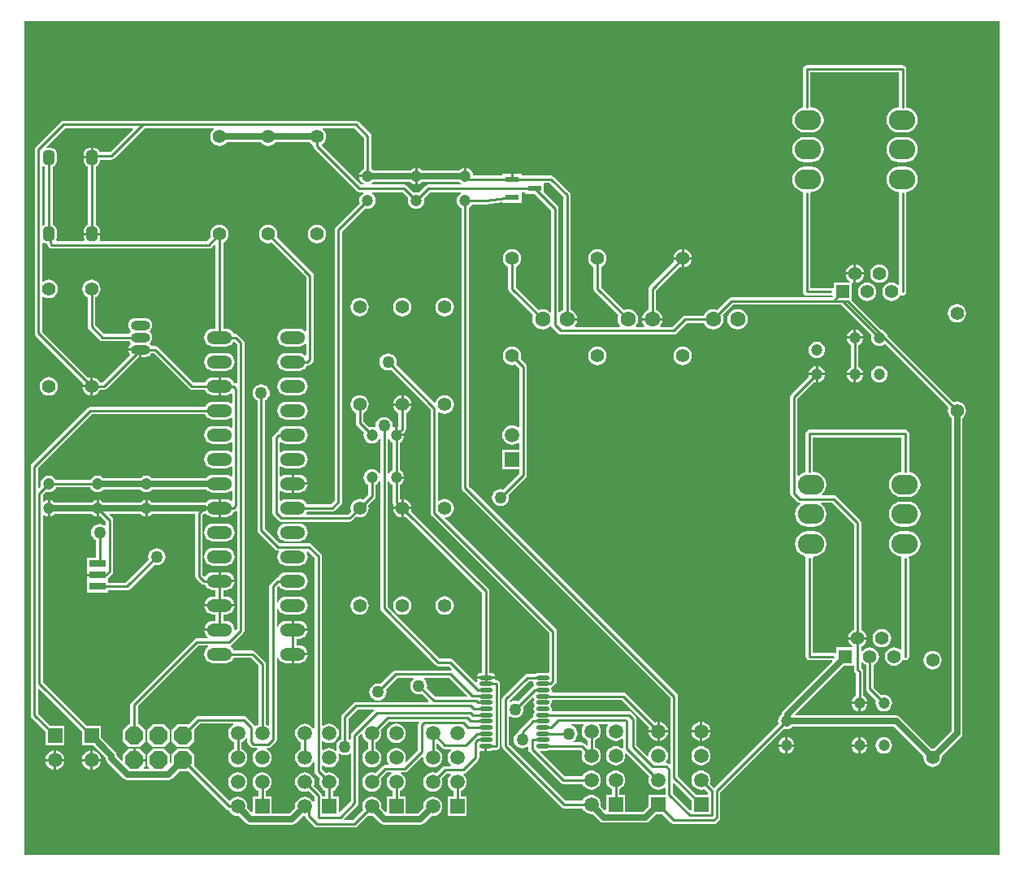
<source format=gtl>
G04*
G04 #@! TF.GenerationSoftware,Altium Limited,Altium Designer,19.0.10 (269)*
G04*
G04 Layer_Physical_Order=1*
G04 Layer_Color=255*
%FSLAX24Y24*%
%MOIN*%
G70*
G01*
G75*
%ADD12C,0.0100*%
%ADD17R,0.0571X0.0236*%
G04:AMPARAMS|DCode=18|XSize=57mil|YSize=45mil|CornerRadius=11.3mil|HoleSize=0mil|Usage=FLASHONLY|Rotation=90.000|XOffset=0mil|YOffset=0mil|HoleType=Round|Shape=RoundedRectangle|*
%AMROUNDEDRECTD18*
21,1,0.0570,0.0225,0,0,90.0*
21,1,0.0345,0.0450,0,0,90.0*
1,1,0.0225,0.0113,0.0173*
1,1,0.0225,0.0113,-0.0173*
1,1,0.0225,-0.0113,-0.0173*
1,1,0.0225,-0.0113,0.0173*
%
%ADD18ROUNDEDRECTD18*%
%ADD19R,0.0670X0.0280*%
%ADD20O,0.0551X0.0177*%
%ADD37C,0.0250*%
%ADD38C,0.0472*%
%ADD39R,0.0591X0.0591*%
%ADD40C,0.0591*%
%ADD41P,0.0801X8X202.5*%
%ADD42C,0.0630*%
%ADD43C,0.0551*%
%ADD44O,0.0787X0.0394*%
%ADD45O,0.0787X0.0394*%
%ADD46O,0.1040X0.0520*%
%ADD47R,0.0551X0.0551*%
%ADD48O,0.1079X0.0827*%
%ADD49C,0.0500*%
G36*
X40000Y1750D02*
X0D01*
Y36000D01*
X40000D01*
Y1750D01*
D02*
G37*
%LPC*%
G36*
X36024Y34184D02*
X32087D01*
X32028Y34173D01*
X31978Y34140D01*
X31945Y34090D01*
X31934Y34032D01*
Y32457D01*
X31927Y32447D01*
X31882Y32441D01*
X31757Y32389D01*
X31650Y32307D01*
X31567Y32200D01*
X31516Y32075D01*
X31498Y31941D01*
X31516Y31807D01*
X31567Y31682D01*
X31650Y31575D01*
X31757Y31493D01*
X31882Y31441D01*
X32016Y31423D01*
X32268D01*
X32402Y31441D01*
X32527Y31493D01*
X32634Y31575D01*
X32716Y31682D01*
X32768Y31807D01*
X32786Y31941D01*
X32768Y32075D01*
X32716Y32200D01*
X32634Y32307D01*
X32527Y32389D01*
X32402Y32441D01*
X32268Y32459D01*
X32240D01*
Y33879D01*
X35871D01*
Y32458D01*
X35740Y32441D01*
X35615Y32389D01*
X35508Y32307D01*
X35426Y32200D01*
X35374Y32075D01*
X35356Y31941D01*
X35374Y31807D01*
X35426Y31682D01*
X35508Y31575D01*
X35615Y31493D01*
X35740Y31441D01*
X35874Y31423D01*
X36126D01*
X36260Y31441D01*
X36385Y31493D01*
X36492Y31575D01*
X36574Y31682D01*
X36626Y31807D01*
X36644Y31941D01*
X36626Y32075D01*
X36574Y32200D01*
X36492Y32307D01*
X36385Y32389D01*
X36260Y32441D01*
X36180Y32452D01*
X36177Y32457D01*
Y34032D01*
X36165Y34090D01*
X36132Y34140D01*
X36082Y34173D01*
X36024Y34184D01*
D02*
G37*
G36*
X36126Y31238D02*
X35874D01*
X35740Y31221D01*
X35615Y31169D01*
X35508Y31087D01*
X35426Y30979D01*
X35374Y30854D01*
X35356Y30720D01*
X35374Y30586D01*
X35426Y30462D01*
X35508Y30354D01*
X35615Y30272D01*
X35740Y30220D01*
X35874Y30203D01*
X36126D01*
X36260Y30220D01*
X36385Y30272D01*
X36492Y30354D01*
X36574Y30462D01*
X36626Y30586D01*
X36644Y30720D01*
X36626Y30854D01*
X36574Y30979D01*
X36492Y31087D01*
X36385Y31169D01*
X36260Y31221D01*
X36126Y31238D01*
D02*
G37*
G36*
X32268D02*
X32016D01*
X31882Y31221D01*
X31757Y31169D01*
X31650Y31087D01*
X31567Y30979D01*
X31516Y30854D01*
X31498Y30720D01*
X31516Y30586D01*
X31567Y30462D01*
X31650Y30354D01*
X31757Y30272D01*
X31882Y30220D01*
X32016Y30203D01*
X32268D01*
X32402Y30220D01*
X32527Y30272D01*
X32634Y30354D01*
X32716Y30462D01*
X32768Y30586D01*
X32786Y30720D01*
X32768Y30854D01*
X32716Y30979D01*
X32634Y31087D01*
X32527Y31169D01*
X32402Y31221D01*
X32268Y31238D01*
D02*
G37*
G36*
X27050Y26622D02*
Y26300D01*
X27372D01*
X27366Y26348D01*
X27328Y26439D01*
X27268Y26518D01*
X27189Y26578D01*
X27098Y26616D01*
X27050Y26622D01*
D02*
G37*
G36*
X26950D02*
X26902Y26616D01*
X26811Y26578D01*
X26732Y26518D01*
X26672Y26439D01*
X26634Y26348D01*
X26628Y26300D01*
X26950D01*
Y26622D01*
D02*
G37*
G36*
X27372Y26200D02*
X27050D01*
Y25878D01*
X27098Y25884D01*
X27189Y25922D01*
X27268Y25982D01*
X27328Y26061D01*
X27366Y26152D01*
X27372Y26200D01*
D02*
G37*
G36*
X26950D02*
X26628D01*
X26634Y26152D01*
X26649Y26115D01*
X25642Y25108D01*
X25609Y25059D01*
X25597Y25000D01*
Y24136D01*
X25541Y24112D01*
X25454Y24046D01*
X25388Y23959D01*
X25346Y23858D01*
X25338Y23800D01*
X25750D01*
X26162D01*
X26154Y23858D01*
X26112Y23959D01*
X26046Y24046D01*
X25959Y24112D01*
X25903Y24136D01*
Y24937D01*
X26865Y25899D01*
X26902Y25884D01*
X26950Y25878D01*
Y26200D01*
D02*
G37*
G36*
X34113Y26000D02*
Y25678D01*
X34435D01*
X34429Y25726D01*
X34391Y25817D01*
X34331Y25896D01*
X34252Y25956D01*
X34161Y25994D01*
X34113Y26000D01*
D02*
G37*
G36*
X34013D02*
X33965Y25994D01*
X33874Y25956D01*
X33795Y25896D01*
X33735Y25817D01*
X33697Y25726D01*
X33691Y25678D01*
X34013D01*
Y26000D01*
D02*
G37*
G36*
X34435Y25578D02*
X34113D01*
Y25256D01*
X34161Y25262D01*
X34252Y25300D01*
X34331Y25360D01*
X34391Y25439D01*
X34429Y25530D01*
X34435Y25578D01*
D02*
G37*
G36*
X13600Y31903D02*
X1600D01*
X1541Y31891D01*
X1492Y31858D01*
X462Y30828D01*
X429Y30779D01*
X417Y30720D01*
Y23180D01*
X429Y23121D01*
X462Y23072D01*
X2399Y21135D01*
X2384Y21098D01*
X2378Y21050D01*
X2700D01*
Y21372D01*
X2652Y21366D01*
X2615Y21351D01*
X723Y23243D01*
Y24676D01*
X773Y24701D01*
X811Y24672D01*
X902Y24634D01*
X1000Y24621D01*
X1098Y24634D01*
X1189Y24672D01*
X1268Y24732D01*
X1328Y24811D01*
X1366Y24902D01*
X1379Y25000D01*
X1366Y25098D01*
X1328Y25189D01*
X1268Y25268D01*
X1189Y25328D01*
X1098Y25366D01*
X1000Y25379D01*
X902Y25366D01*
X811Y25328D01*
X773Y25299D01*
X723Y25324D01*
Y26872D01*
X773Y26898D01*
X805Y26877D01*
X887Y26861D01*
X932D01*
X951Y26776D01*
X956Y26764D01*
X959Y26751D01*
X968Y26737D01*
X975Y26722D01*
X985Y26713D01*
X992Y26702D01*
X1006Y26692D01*
X1019Y26681D01*
X1031Y26676D01*
X1041Y26669D01*
X1058Y26665D01*
X1074Y26659D01*
X1087Y26660D01*
X1100Y26657D01*
X7560D01*
X7619Y26669D01*
X7668Y26702D01*
X7801Y26835D01*
X7847Y26815D01*
Y23363D01*
X7740D01*
X7646Y23351D01*
X7558Y23314D01*
X7483Y23257D01*
X7426Y23182D01*
X7389Y23094D01*
X7377Y23000D01*
X7389Y22906D01*
X7426Y22818D01*
X7483Y22743D01*
X7558Y22686D01*
X7646Y22649D01*
X7740Y22637D01*
X8260D01*
X8354Y22649D01*
X8442Y22686D01*
X8517Y22743D01*
X8571Y22813D01*
X8582Y22819D01*
X8631Y22823D01*
X8717Y22737D01*
Y21133D01*
X8667Y21116D01*
X8629Y21141D01*
X8588Y21149D01*
X8574Y21182D01*
X8517Y21257D01*
X8442Y21314D01*
X8354Y21351D01*
X8260Y21363D01*
X8050D01*
Y21000D01*
Y20637D01*
X8260D01*
X8354Y20649D01*
X8442Y20686D01*
X8467Y20705D01*
X8517Y20680D01*
Y20320D01*
X8467Y20295D01*
X8442Y20314D01*
X8354Y20351D01*
X8260Y20363D01*
X7740D01*
X7646Y20351D01*
X7558Y20314D01*
X7483Y20257D01*
X7426Y20182D01*
X7414Y20153D01*
X2700D01*
X2641Y20141D01*
X2592Y20108D01*
X302Y17818D01*
X269Y17769D01*
X257Y17710D01*
Y7497D01*
X269Y7439D01*
X302Y7389D01*
X855Y6836D01*
Y6262D01*
X1645D01*
Y7053D01*
X1071D01*
X563Y7561D01*
Y8563D01*
X609Y8582D01*
X2355Y6836D01*
Y6262D01*
X2821D01*
X3342Y5741D01*
Y5713D01*
X3359Y5625D01*
X3409Y5551D01*
X4060Y4900D01*
X4134Y4851D01*
X4222Y4833D01*
X5905D01*
X5993Y4851D01*
X6067Y4900D01*
X6354Y5187D01*
X6735D01*
X6744Y5197D01*
X8299Y3642D01*
X8349Y3609D01*
X8384Y3602D01*
X8405Y3551D01*
X8468Y3468D01*
X8551Y3405D01*
X8647Y3365D01*
X8750Y3351D01*
X8816Y3360D01*
X9108Y3067D01*
X9182Y3018D01*
X9270Y3000D01*
X10980D01*
X11068Y3018D01*
X11142Y3067D01*
X11434Y3360D01*
X11500Y3351D01*
X11514Y3353D01*
X11523Y3307D01*
X11556Y3257D01*
X11892Y2922D01*
X11941Y2888D01*
X12000Y2877D01*
X13530D01*
X13588Y2888D01*
X13638Y2922D01*
X14100Y3384D01*
X14147Y3365D01*
X14250Y3351D01*
X14316Y3360D01*
X14608Y3067D01*
X14682Y3018D01*
X14770Y3000D01*
X16230D01*
X16318Y3018D01*
X16392Y3067D01*
X16684Y3360D01*
X16750Y3351D01*
X16853Y3365D01*
X16949Y3405D01*
X17032Y3468D01*
X17095Y3551D01*
X17135Y3647D01*
X17149Y3750D01*
X17135Y3853D01*
X17095Y3949D01*
X17032Y4032D01*
X16949Y4095D01*
X16853Y4135D01*
X16750Y4149D01*
X16647Y4135D01*
X16551Y4095D01*
X16468Y4032D01*
X16405Y3949D01*
X16365Y3853D01*
X16351Y3750D01*
X16360Y3684D01*
X16135Y3459D01*
X15645D01*
Y4145D01*
X15403D01*
Y4386D01*
X15449Y4405D01*
X15532Y4468D01*
X15595Y4551D01*
X15635Y4647D01*
X15649Y4750D01*
X15635Y4853D01*
X15595Y4949D01*
X15532Y5032D01*
X15449Y5095D01*
X15445Y5097D01*
X15455Y5147D01*
X15600D01*
X15659Y5159D01*
X15708Y5192D01*
X16309Y5793D01*
X16354Y5771D01*
X16351Y5750D01*
X16365Y5647D01*
X16405Y5551D01*
X16468Y5468D01*
X16551Y5405D01*
X16647Y5365D01*
X16750Y5351D01*
X16853Y5365D01*
X16949Y5405D01*
X17032Y5468D01*
X17095Y5551D01*
X17135Y5647D01*
X17149Y5750D01*
X17135Y5853D01*
X17095Y5949D01*
X17032Y6032D01*
X16949Y6095D01*
X16903Y6114D01*
Y6315D01*
X16949Y6335D01*
X17132Y6152D01*
X17181Y6119D01*
X17240Y6107D01*
X17484D01*
X17501Y6057D01*
X17468Y6032D01*
X17405Y5949D01*
X17365Y5853D01*
X17351Y5750D01*
X17365Y5647D01*
X17405Y5551D01*
X17468Y5468D01*
X17488Y5453D01*
X17471Y5403D01*
X17250D01*
X17191Y5391D01*
X17142Y5358D01*
X16900Y5116D01*
X16853Y5135D01*
X16750Y5149D01*
X16647Y5135D01*
X16551Y5095D01*
X16468Y5032D01*
X16405Y4949D01*
X16365Y4853D01*
X16351Y4750D01*
X16365Y4647D01*
X16405Y4551D01*
X16468Y4468D01*
X16551Y4405D01*
X16647Y4365D01*
X16750Y4351D01*
X16853Y4365D01*
X16949Y4405D01*
X17032Y4468D01*
X17095Y4551D01*
X17135Y4647D01*
X17149Y4750D01*
X17135Y4853D01*
X17116Y4900D01*
X17313Y5097D01*
X17471D01*
X17488Y5047D01*
X17468Y5032D01*
X17405Y4949D01*
X17365Y4853D01*
X17351Y4750D01*
X17365Y4647D01*
X17405Y4551D01*
X17468Y4468D01*
X17551Y4405D01*
X17597Y4386D01*
Y4145D01*
X17355D01*
Y3355D01*
X18145D01*
Y4145D01*
X17903D01*
Y4386D01*
X17949Y4405D01*
X18032Y4468D01*
X18095Y4551D01*
X18135Y4647D01*
X18149Y4750D01*
X18135Y4853D01*
X18095Y4949D01*
X18032Y5032D01*
X18011Y5048D01*
X18023Y5102D01*
X18059Y5109D01*
X18108Y5142D01*
X18608Y5642D01*
X18641Y5691D01*
X18653Y5750D01*
Y6002D01*
X18703Y6041D01*
X18740Y6034D01*
X18877D01*
Y6226D01*
X18977D01*
Y6034D01*
X19114D01*
X19188Y6049D01*
X19225Y6073D01*
X19360D01*
X19419Y6085D01*
X19468Y6118D01*
X19501Y6168D01*
X19513Y6226D01*
Y8785D01*
X19501Y8844D01*
X19468Y8894D01*
X19419Y8927D01*
X19360Y8938D01*
X19328D01*
X19296Y8988D01*
X19296Y8991D01*
X18927D01*
X18558D01*
X18563Y8968D01*
X18599Y8913D01*
X18563Y8860D01*
X18558Y8852D01*
X18509Y8844D01*
X17584Y9768D01*
X17535Y9801D01*
X17476Y9813D01*
X17043D01*
X14903Y11953D01*
Y17079D01*
X14953Y17089D01*
X14956Y17080D01*
X15010Y17010D01*
X15080Y16956D01*
X15097Y16949D01*
Y16250D01*
X15109Y16191D01*
X15142Y16142D01*
X15149Y16135D01*
X15134Y16098D01*
X15128Y16050D01*
X15450D01*
Y16372D01*
X15441Y16371D01*
X15403Y16404D01*
Y16949D01*
X15420Y16956D01*
X15490Y17010D01*
X15544Y17080D01*
X15578Y17162D01*
X15583Y17200D01*
X15250D01*
Y17300D01*
X15583D01*
X15578Y17338D01*
X15544Y17420D01*
X15490Y17490D01*
X15420Y17544D01*
X15403Y17551D01*
Y18699D01*
X15420Y18706D01*
X15490Y18760D01*
X15544Y18830D01*
X15578Y18912D01*
X15583Y18950D01*
X15250D01*
Y19000D01*
X15200D01*
Y19333D01*
X15162Y19328D01*
X15144Y19320D01*
X15098Y19355D01*
X15103Y19390D01*
X15091Y19481D01*
X15056Y19567D01*
X15000Y19640D01*
X14927Y19696D01*
X14841Y19731D01*
X14750Y19743D01*
X14659Y19731D01*
X14573Y19696D01*
X14500Y19640D01*
X14444Y19567D01*
X14409Y19481D01*
X14397Y19390D01*
X14402Y19355D01*
X14356Y19320D01*
X14338Y19328D01*
X14250Y19339D01*
X14162Y19328D01*
X14146Y19321D01*
X13903Y19563D01*
Y19907D01*
X13939Y19922D01*
X14018Y19982D01*
X14078Y20061D01*
X14116Y20152D01*
X14129Y20250D01*
X14116Y20348D01*
X14078Y20439D01*
X14018Y20518D01*
X13939Y20578D01*
X13848Y20616D01*
X13750Y20629D01*
X13652Y20616D01*
X13561Y20578D01*
X13482Y20518D01*
X13422Y20439D01*
X13384Y20348D01*
X13371Y20250D01*
X13384Y20152D01*
X13422Y20061D01*
X13482Y19982D01*
X13561Y19922D01*
X13597Y19907D01*
Y19500D01*
X13609Y19441D01*
X13642Y19392D01*
X13929Y19104D01*
X13922Y19088D01*
X13911Y19000D01*
X13922Y18912D01*
X13956Y18830D01*
X14010Y18760D01*
X14080Y18706D01*
X14162Y18672D01*
X14250Y18661D01*
X14338Y18672D01*
X14420Y18706D01*
X14490Y18760D01*
X14544Y18830D01*
X14547Y18839D01*
X14597Y18829D01*
Y17421D01*
X14547Y17411D01*
X14544Y17420D01*
X14490Y17490D01*
X14420Y17544D01*
X14338Y17578D01*
X14250Y17589D01*
X14162Y17578D01*
X14080Y17544D01*
X14010Y17490D01*
X13956Y17420D01*
X13922Y17338D01*
X13911Y17250D01*
X13922Y17162D01*
X13956Y17080D01*
X14010Y17010D01*
X14080Y16956D01*
X14097Y16949D01*
Y16563D01*
X13885Y16351D01*
X13848Y16366D01*
X13750Y16379D01*
X13652Y16366D01*
X13561Y16328D01*
X13482Y16268D01*
X13422Y16189D01*
X13384Y16098D01*
X13371Y16000D01*
X13384Y15902D01*
X13399Y15865D01*
X13277Y15743D01*
X11580D01*
X11555Y15793D01*
X11574Y15818D01*
X11586Y15847D01*
X12620D01*
X12679Y15859D01*
X12728Y15892D01*
X12988Y16152D01*
X13021Y16201D01*
X13033Y16260D01*
Y27368D01*
X13972Y28307D01*
X13989Y28300D01*
X14077Y28289D01*
X14165Y28300D01*
X14246Y28334D01*
X14317Y28388D01*
X14370Y28458D01*
X14404Y28540D01*
X14416Y28628D01*
X14404Y28716D01*
X14370Y28798D01*
X14317Y28868D01*
X14247Y28921D01*
X14247Y28923D01*
X14258Y28971D01*
X15517D01*
X15756Y28732D01*
X15749Y28716D01*
X15738Y28628D01*
X15749Y28540D01*
X15783Y28458D01*
X15837Y28388D01*
X15907Y28334D01*
X15989Y28300D01*
X16077Y28289D01*
X16165Y28300D01*
X16246Y28334D01*
X16317Y28388D01*
X16370Y28458D01*
X16404Y28540D01*
X16416Y28628D01*
X16404Y28716D01*
X16397Y28732D01*
X16636Y28971D01*
X17896D01*
X17907Y28923D01*
X17906Y28921D01*
X17837Y28868D01*
X17783Y28798D01*
X17749Y28716D01*
X17738Y28628D01*
X17749Y28540D01*
X17783Y28458D01*
X17837Y28388D01*
X17907Y28334D01*
X17924Y28327D01*
Y16843D01*
X17935Y16785D01*
X17969Y16735D01*
X26492Y8211D01*
Y5507D01*
X26476Y5500D01*
X26442Y5492D01*
X26398Y5521D01*
X26339Y5533D01*
X26334D01*
X26310Y5583D01*
X26345Y5629D01*
X26385Y5726D01*
X26399Y5829D01*
X26385Y5932D01*
X26345Y6028D01*
X26282Y6111D01*
X26199Y6174D01*
X26103Y6214D01*
X26000Y6227D01*
X25897Y6214D01*
X25801Y6174D01*
X25718Y6111D01*
X25655Y6028D01*
X25615Y5932D01*
X25602Y5835D01*
X25566Y5811D01*
X25559Y5808D01*
X25103Y6263D01*
Y7340D01*
X25091Y7399D01*
X25058Y7448D01*
X24892Y7614D01*
X24843Y7647D01*
X24784Y7659D01*
X21651D01*
X21619Y7709D01*
X21629Y7762D01*
X21615Y7835D01*
X21578Y7890D01*
X21615Y7944D01*
X21629Y8018D01*
X21619Y8071D01*
X21651Y8121D01*
X24492D01*
X25634Y6978D01*
X25615Y6932D01*
X25608Y6879D01*
X25950D01*
Y7221D01*
X25897Y7214D01*
X25850Y7195D01*
X24663Y8382D01*
X24614Y8415D01*
X24555Y8427D01*
X21651D01*
X21619Y8477D01*
X21629Y8530D01*
X21615Y8603D01*
X21640Y8655D01*
X21674Y8677D01*
X21788Y8792D01*
X21821Y8841D01*
X21833Y8900D01*
Y10940D01*
X21821Y10999D01*
X21788Y11048D01*
X17262Y15574D01*
X17280Y15627D01*
X17336Y15634D01*
X17428Y15672D01*
X17506Y15732D01*
X17566Y15811D01*
X17604Y15902D01*
X17617Y16000D01*
X17604Y16098D01*
X17566Y16189D01*
X17506Y16268D01*
X17428Y16328D01*
X17336Y16366D01*
X17238Y16379D01*
X17140Y16366D01*
X17049Y16328D01*
X17013Y16301D01*
X16963Y16325D01*
Y19925D01*
X17013Y19949D01*
X17049Y19922D01*
X17140Y19884D01*
X17238Y19871D01*
X17336Y19884D01*
X17428Y19922D01*
X17506Y19982D01*
X17566Y20061D01*
X17604Y20152D01*
X17617Y20250D01*
X17604Y20348D01*
X17566Y20439D01*
X17506Y20518D01*
X17428Y20578D01*
X17336Y20616D01*
X17238Y20629D01*
X17140Y20616D01*
X17049Y20578D01*
X16970Y20518D01*
X16910Y20439D01*
X16872Y20348D01*
X16870Y20330D01*
X16823Y20314D01*
X15251Y21885D01*
X15261Y21909D01*
X15273Y22000D01*
X15261Y22091D01*
X15226Y22177D01*
X15170Y22250D01*
X15097Y22306D01*
X15011Y22341D01*
X14920Y22353D01*
X14829Y22341D01*
X14743Y22306D01*
X14670Y22250D01*
X14614Y22177D01*
X14579Y22091D01*
X14567Y22000D01*
X14579Y21909D01*
X14614Y21823D01*
X14670Y21750D01*
X14743Y21694D01*
X14829Y21659D01*
X14920Y21647D01*
X15011Y21659D01*
X15035Y21669D01*
X16657Y20047D01*
Y15810D01*
X16669Y15751D01*
X16702Y15702D01*
X21527Y10877D01*
Y9264D01*
X21477Y9226D01*
X21437Y9234D01*
X21063D01*
X20989Y9219D01*
X20952Y9194D01*
X20627D01*
X20568Y9183D01*
X20519Y9149D01*
X19621Y8252D01*
X19588Y8202D01*
X19576Y8144D01*
Y6238D01*
X19588Y6180D01*
X19621Y6130D01*
X22030Y3721D01*
X22080Y3687D01*
X22139Y3676D01*
X22886D01*
X22905Y3629D01*
X22968Y3547D01*
X23051Y3483D01*
X23147Y3444D01*
X23250Y3430D01*
X23316Y3439D01*
X23608Y3146D01*
X23682Y3097D01*
X23770Y3079D01*
X25480D01*
X25568Y3097D01*
X25642Y3146D01*
X25929Y3433D01*
X26179D01*
X26537Y3075D01*
X26587Y3042D01*
X26645Y3031D01*
X28279D01*
X28337Y3042D01*
X28387Y3075D01*
X28503Y3192D01*
X28537Y3241D01*
X28548Y3300D01*
Y4332D01*
X31146Y6929D01*
X31162Y6922D01*
X31250Y6911D01*
X31338Y6922D01*
X31420Y6956D01*
X31490Y7010D01*
X31498Y7021D01*
X35655D01*
X36878Y5798D01*
X36871Y5750D01*
X36884Y5652D01*
X36922Y5561D01*
X36982Y5482D01*
X37061Y5422D01*
X37152Y5384D01*
X37250Y5371D01*
X37348Y5384D01*
X37439Y5422D01*
X37518Y5482D01*
X37578Y5561D01*
X37616Y5652D01*
X37629Y5750D01*
X37622Y5798D01*
X38412Y6588D01*
X38462Y6662D01*
X38479Y6750D01*
Y19703D01*
X38518Y19732D01*
X38578Y19811D01*
X38616Y19902D01*
X38629Y20000D01*
X38616Y20098D01*
X38578Y20189D01*
X38518Y20268D01*
X38439Y20328D01*
X38348Y20366D01*
X38250Y20379D01*
X38152Y20366D01*
X38115Y20351D01*
X35392Y23074D01*
X35391Y23088D01*
X35357Y23170D01*
X35303Y23240D01*
X35233Y23294D01*
X35151Y23328D01*
X35137Y23329D01*
X33939Y24528D01*
Y25219D01*
X33944Y25228D01*
X33986Y25259D01*
X34013Y25256D01*
Y25578D01*
X33691D01*
X33697Y25530D01*
X33735Y25439D01*
X33795Y25360D01*
X33869Y25304D01*
X33869Y25287D01*
X33855Y25254D01*
X33187D01*
Y25041D01*
X33137Y25014D01*
X33129Y25019D01*
X33071Y25031D01*
X32240D01*
Y28913D01*
X32236Y28932D01*
X32262Y28973D01*
X32276Y28983D01*
X32402Y29000D01*
X32527Y29052D01*
X32634Y29134D01*
X32716Y29241D01*
X32768Y29366D01*
X32786Y29500D01*
X32768Y29634D01*
X32716Y29759D01*
X32634Y29866D01*
X32527Y29948D01*
X32402Y30000D01*
X32268Y30018D01*
X32016D01*
X31882Y30000D01*
X31757Y29948D01*
X31650Y29866D01*
X31567Y29759D01*
X31516Y29634D01*
X31498Y29500D01*
X31516Y29366D01*
X31567Y29241D01*
X31650Y29134D01*
X31757Y29052D01*
X31882Y29000D01*
X31906Y28997D01*
X31939Y28942D01*
X31934Y28913D01*
Y24878D01*
X31945Y24819D01*
X31978Y24770D01*
X32028Y24737D01*
X32087Y24725D01*
X33071D01*
X33129Y24737D01*
X33153Y24694D01*
X33155Y24686D01*
X33122Y24653D01*
X29000D01*
X28941Y24641D01*
X28892Y24608D01*
X28415Y24131D01*
X28358Y24154D01*
X28250Y24169D01*
X28142Y24154D01*
X28041Y24112D01*
X27954Y24046D01*
X27888Y23959D01*
X27864Y23903D01*
X27110D01*
X27051Y23891D01*
X27002Y23858D01*
X26577Y23433D01*
X26093D01*
X26068Y23483D01*
X26112Y23541D01*
X26154Y23642D01*
X26162Y23700D01*
X25750D01*
X25338D01*
X25346Y23642D01*
X25388Y23541D01*
X25432Y23483D01*
X25407Y23433D01*
X25093D01*
X25068Y23483D01*
X25112Y23541D01*
X25154Y23642D01*
X25169Y23750D01*
X25154Y23858D01*
X25112Y23959D01*
X25046Y24046D01*
X24959Y24112D01*
X24858Y24154D01*
X24750Y24169D01*
X24642Y24154D01*
X24585Y24131D01*
X23653Y25063D01*
Y25907D01*
X23689Y25922D01*
X23768Y25982D01*
X23828Y26061D01*
X23866Y26152D01*
X23879Y26250D01*
X23866Y26348D01*
X23828Y26439D01*
X23768Y26518D01*
X23689Y26578D01*
X23598Y26616D01*
X23500Y26629D01*
X23402Y26616D01*
X23311Y26578D01*
X23232Y26518D01*
X23172Y26439D01*
X23134Y26348D01*
X23121Y26250D01*
X23134Y26152D01*
X23172Y26061D01*
X23232Y25982D01*
X23311Y25922D01*
X23347Y25907D01*
Y25000D01*
X23359Y24941D01*
X23392Y24892D01*
X24369Y23915D01*
X24346Y23858D01*
X24331Y23750D01*
X24346Y23642D01*
X24388Y23541D01*
X24432Y23483D01*
X24407Y23433D01*
X22593D01*
X22568Y23483D01*
X22612Y23541D01*
X22654Y23642D01*
X22662Y23700D01*
X22250D01*
Y23800D01*
X22662D01*
X22654Y23858D01*
X22612Y23959D01*
X22546Y24046D01*
X22459Y24112D01*
X22403Y24136D01*
Y28848D01*
X22391Y28907D01*
X22358Y28956D01*
X21708Y29606D01*
X21659Y29639D01*
X21600Y29651D01*
X20385D01*
Y29716D01*
X20050D01*
Y29498D01*
X19950D01*
Y29716D01*
X19615D01*
Y29651D01*
X18413D01*
X18404Y29716D01*
X18370Y29798D01*
X18317Y29868D01*
X18246Y29922D01*
X18165Y29956D01*
X18127Y29960D01*
Y29628D01*
X18027D01*
Y29960D01*
X17989Y29956D01*
X17907Y29922D01*
X17837Y29868D01*
X17829Y29857D01*
X16325D01*
X16317Y29868D01*
X16246Y29922D01*
X16165Y29956D01*
X16127Y29960D01*
Y29628D01*
Y29295D01*
X16165Y29300D01*
X16246Y29334D01*
X16317Y29388D01*
X16325Y29399D01*
X17829D01*
X17837Y29388D01*
X17907Y29334D01*
X17925Y29327D01*
X17915Y29277D01*
X16573D01*
X16514Y29265D01*
X16465Y29232D01*
X16181Y28949D01*
X16165Y28956D01*
X16077Y28967D01*
X15989Y28956D01*
X15972Y28949D01*
X15689Y29232D01*
X15639Y29265D01*
X15581Y29277D01*
X14239D01*
X14229Y29327D01*
X14246Y29334D01*
X14317Y29388D01*
X14325Y29399D01*
X15829D01*
X15837Y29388D01*
X15907Y29334D01*
X15989Y29300D01*
X16027Y29295D01*
Y29628D01*
Y29960D01*
X15989Y29956D01*
X15907Y29922D01*
X15837Y29868D01*
X15829Y29857D01*
X14325D01*
X14317Y29868D01*
X14246Y29922D01*
X14230Y29929D01*
Y31273D01*
X14218Y31332D01*
X14185Y31381D01*
X13708Y31858D01*
X13659Y31891D01*
X13600Y31903D01*
D02*
G37*
G36*
X35063Y26007D02*
X34965Y25994D01*
X34874Y25956D01*
X34795Y25896D01*
X34735Y25817D01*
X34697Y25726D01*
X34684Y25628D01*
X34697Y25530D01*
X34735Y25439D01*
X34795Y25360D01*
X34874Y25300D01*
X34965Y25262D01*
X35063Y25249D01*
X35161Y25262D01*
X35252Y25300D01*
X35331Y25360D01*
X35391Y25439D01*
X35429Y25530D01*
X35442Y25628D01*
X35429Y25726D01*
X35391Y25817D01*
X35331Y25896D01*
X35252Y25956D01*
X35161Y25994D01*
X35063Y26007D01*
D02*
G37*
G36*
X36126Y30018D02*
X35874D01*
X35740Y30000D01*
X35615Y29948D01*
X35508Y29866D01*
X35426Y29759D01*
X35374Y29634D01*
X35356Y29500D01*
X35374Y29366D01*
X35426Y29241D01*
X35508Y29134D01*
X35615Y29052D01*
X35740Y29000D01*
X35837Y28987D01*
X35874Y28935D01*
X35874Y28932D01*
X35871Y28913D01*
Y25169D01*
X35821Y25154D01*
X35752Y25206D01*
X35661Y25244D01*
X35563Y25257D01*
X35465Y25244D01*
X35374Y25206D01*
X35295Y25146D01*
X35235Y25067D01*
X35197Y24976D01*
X35184Y24878D01*
X35197Y24780D01*
X35235Y24689D01*
X35295Y24610D01*
X35374Y24550D01*
X35465Y24512D01*
X35563Y24499D01*
X35661Y24512D01*
X35752Y24550D01*
X35831Y24610D01*
X35891Y24689D01*
X35908Y24729D01*
X35956Y24743D01*
X35965Y24737D01*
X36024Y24725D01*
X36082Y24737D01*
X36132Y24770D01*
X36165Y24819D01*
X36177Y24878D01*
Y28913D01*
X36172Y28938D01*
X36207Y28993D01*
X36260Y29000D01*
X36385Y29052D01*
X36492Y29134D01*
X36574Y29241D01*
X36626Y29366D01*
X36644Y29500D01*
X36626Y29634D01*
X36574Y29759D01*
X36492Y29866D01*
X36385Y29948D01*
X36260Y30000D01*
X36126Y30018D01*
D02*
G37*
G36*
X34563Y25257D02*
X34465Y25244D01*
X34374Y25206D01*
X34295Y25146D01*
X34235Y25067D01*
X34197Y24976D01*
X34184Y24878D01*
X34197Y24780D01*
X34235Y24689D01*
X34295Y24610D01*
X34374Y24550D01*
X34465Y24512D01*
X34563Y24499D01*
X34661Y24512D01*
X34752Y24550D01*
X34831Y24610D01*
X34891Y24689D01*
X34929Y24780D01*
X34942Y24878D01*
X34929Y24976D01*
X34891Y25067D01*
X34831Y25146D01*
X34752Y25206D01*
X34661Y25244D01*
X34563Y25257D01*
D02*
G37*
G36*
X17238Y24629D02*
X17140Y24616D01*
X17049Y24578D01*
X16970Y24518D01*
X16910Y24439D01*
X16872Y24348D01*
X16859Y24250D01*
X16872Y24152D01*
X16910Y24061D01*
X16970Y23982D01*
X17049Y23922D01*
X17140Y23884D01*
X17238Y23871D01*
X17336Y23884D01*
X17428Y23922D01*
X17506Y23982D01*
X17566Y24061D01*
X17604Y24152D01*
X17617Y24250D01*
X17604Y24348D01*
X17566Y24439D01*
X17506Y24518D01*
X17428Y24578D01*
X17336Y24616D01*
X17238Y24629D01*
D02*
G37*
G36*
X15500D02*
X15402Y24616D01*
X15311Y24578D01*
X15232Y24518D01*
X15172Y24439D01*
X15134Y24348D01*
X15121Y24250D01*
X15134Y24152D01*
X15172Y24061D01*
X15232Y23982D01*
X15311Y23922D01*
X15402Y23884D01*
X15500Y23871D01*
X15598Y23884D01*
X15689Y23922D01*
X15768Y23982D01*
X15828Y24061D01*
X15866Y24152D01*
X15879Y24250D01*
X15866Y24348D01*
X15828Y24439D01*
X15768Y24518D01*
X15689Y24578D01*
X15598Y24616D01*
X15500Y24629D01*
D02*
G37*
G36*
X13750D02*
X13652Y24616D01*
X13561Y24578D01*
X13482Y24518D01*
X13422Y24439D01*
X13384Y24348D01*
X13371Y24250D01*
X13384Y24152D01*
X13422Y24061D01*
X13482Y23982D01*
X13561Y23922D01*
X13652Y23884D01*
X13750Y23871D01*
X13848Y23884D01*
X13939Y23922D01*
X14018Y23982D01*
X14078Y24061D01*
X14116Y24152D01*
X14129Y24250D01*
X14116Y24348D01*
X14078Y24439D01*
X14018Y24518D01*
X13939Y24578D01*
X13848Y24616D01*
X13750Y24629D01*
D02*
G37*
G36*
X38250Y24379D02*
X38152Y24366D01*
X38061Y24328D01*
X37982Y24268D01*
X37922Y24189D01*
X37884Y24098D01*
X37871Y24000D01*
X37884Y23902D01*
X37922Y23811D01*
X37982Y23732D01*
X38061Y23672D01*
X38152Y23634D01*
X38250Y23621D01*
X38348Y23634D01*
X38439Y23672D01*
X38518Y23732D01*
X38578Y23811D01*
X38616Y23902D01*
X38629Y24000D01*
X38616Y24098D01*
X38578Y24189D01*
X38518Y24268D01*
X38439Y24328D01*
X38348Y24366D01*
X38250Y24379D01*
D02*
G37*
G36*
X8260Y22363D02*
X7740D01*
X7646Y22351D01*
X7558Y22314D01*
X7483Y22257D01*
X7426Y22182D01*
X7389Y22094D01*
X7377Y22000D01*
X7389Y21906D01*
X7426Y21818D01*
X7483Y21743D01*
X7558Y21686D01*
X7646Y21649D01*
X7740Y21637D01*
X8260D01*
X8354Y21649D01*
X8442Y21686D01*
X8517Y21743D01*
X8574Y21818D01*
X8611Y21906D01*
X8623Y22000D01*
X8611Y22094D01*
X8574Y22182D01*
X8517Y22257D01*
X8442Y22314D01*
X8354Y22351D01*
X8260Y22363D01*
D02*
G37*
G36*
X4700Y22450D02*
X4260D01*
X4264Y22423D01*
X4294Y22350D01*
X4333Y22299D01*
X3187Y21153D01*
X3093D01*
X3078Y21189D01*
X3018Y21268D01*
X2939Y21328D01*
X2848Y21366D01*
X2800Y21372D01*
Y21000D01*
Y20628D01*
X2848Y20634D01*
X2939Y20672D01*
X3018Y20732D01*
X3078Y20811D01*
X3093Y20847D01*
X3250D01*
X3309Y20859D01*
X3358Y20892D01*
X4667Y22201D01*
X4700D01*
Y22450D01*
D02*
G37*
G36*
X2750Y25379D02*
X2652Y25366D01*
X2561Y25328D01*
X2482Y25268D01*
X2422Y25189D01*
X2384Y25098D01*
X2371Y25000D01*
X2384Y24902D01*
X2422Y24811D01*
X2482Y24732D01*
X2561Y24672D01*
X2597Y24657D01*
Y23450D01*
X2609Y23391D01*
X2642Y23342D01*
X3092Y22892D01*
X3141Y22859D01*
X3200Y22847D01*
X4296D01*
X4341Y22788D01*
X4359Y22775D01*
Y22725D01*
X4341Y22712D01*
X4294Y22650D01*
X4264Y22577D01*
X4260Y22550D01*
X4750D01*
Y22500D01*
X4800D01*
Y22201D01*
X4947D01*
X5024Y22211D01*
X5097Y22241D01*
X5159Y22288D01*
X5204Y22347D01*
X5317D01*
X6772Y20892D01*
X6821Y20859D01*
X6880Y20847D01*
X7414D01*
X7426Y20818D01*
X7483Y20743D01*
X7558Y20686D01*
X7646Y20649D01*
X7740Y20637D01*
X7950D01*
Y21000D01*
Y21363D01*
X7740D01*
X7646Y21351D01*
X7558Y21314D01*
X7483Y21257D01*
X7426Y21182D01*
X7414Y21153D01*
X6943D01*
X5488Y22608D01*
X5439Y22641D01*
X5380Y22653D01*
X5204D01*
X5159Y22712D01*
X5141Y22725D01*
Y22775D01*
X5159Y22788D01*
X5206Y22850D01*
X5236Y22923D01*
X5246Y23000D01*
X5236Y23077D01*
X5206Y23150D01*
X5159Y23212D01*
X5141Y23225D01*
Y23275D01*
X5159Y23288D01*
X5206Y23350D01*
X5236Y23423D01*
X5246Y23500D01*
X5236Y23577D01*
X5206Y23650D01*
X5159Y23712D01*
X5097Y23759D01*
X5024Y23789D01*
X4947Y23799D01*
X4553D01*
X4476Y23789D01*
X4403Y23759D01*
X4341Y23712D01*
X4294Y23650D01*
X4264Y23577D01*
X4254Y23500D01*
X4264Y23423D01*
X4294Y23350D01*
X4341Y23288D01*
X4359Y23275D01*
Y23225D01*
X4341Y23212D01*
X4296Y23153D01*
X3263D01*
X2903Y23513D01*
Y24657D01*
X2939Y24672D01*
X3018Y24732D01*
X3078Y24811D01*
X3116Y24902D01*
X3129Y25000D01*
X3116Y25098D01*
X3078Y25189D01*
X3018Y25268D01*
X2939Y25328D01*
X2848Y25366D01*
X2750Y25379D01*
D02*
G37*
G36*
X2700Y20950D02*
X2378D01*
X2384Y20902D01*
X2422Y20811D01*
X2482Y20732D01*
X2561Y20672D01*
X2652Y20634D01*
X2700Y20628D01*
Y20950D01*
D02*
G37*
G36*
X1000Y21379D02*
X902Y21366D01*
X811Y21328D01*
X732Y21268D01*
X672Y21189D01*
X634Y21098D01*
X621Y21000D01*
X634Y20902D01*
X672Y20811D01*
X732Y20732D01*
X811Y20672D01*
X902Y20634D01*
X1000Y20621D01*
X1098Y20634D01*
X1189Y20672D01*
X1268Y20732D01*
X1328Y20811D01*
X1366Y20902D01*
X1379Y21000D01*
X1366Y21098D01*
X1328Y21189D01*
X1268Y21268D01*
X1189Y21328D01*
X1098Y21366D01*
X1000Y21379D01*
D02*
G37*
G36*
X15550Y20622D02*
Y20300D01*
X15872D01*
X15866Y20348D01*
X15828Y20439D01*
X15768Y20518D01*
X15689Y20578D01*
X15598Y20616D01*
X15550Y20622D01*
D02*
G37*
G36*
X15450D02*
X15402Y20616D01*
X15311Y20578D01*
X15232Y20518D01*
X15172Y20439D01*
X15134Y20348D01*
X15128Y20300D01*
X15450D01*
Y20622D01*
D02*
G37*
G36*
X15872Y20200D02*
X15500D01*
X15128D01*
X15134Y20152D01*
X15172Y20061D01*
X15232Y19982D01*
X15311Y19922D01*
X15347Y19907D01*
Y19376D01*
X15300Y19335D01*
Y19050D01*
X15583D01*
X15578Y19088D01*
X15571Y19104D01*
X15608Y19142D01*
X15641Y19191D01*
X15653Y19250D01*
Y19907D01*
X15689Y19922D01*
X15768Y19982D01*
X15828Y20061D01*
X15866Y20152D01*
X15872Y20200D01*
D02*
G37*
G36*
X15550Y16372D02*
Y16050D01*
X15872D01*
X15866Y16098D01*
X15828Y16189D01*
X15768Y16268D01*
X15689Y16328D01*
X15598Y16366D01*
X15550Y16372D01*
D02*
G37*
G36*
X15450Y15950D02*
X15128D01*
X15134Y15902D01*
X15172Y15811D01*
X15232Y15732D01*
X15311Y15672D01*
X15402Y15634D01*
X15450Y15628D01*
Y15950D01*
D02*
G37*
G36*
X17238Y12379D02*
X17140Y12366D01*
X17049Y12328D01*
X16970Y12268D01*
X16910Y12189D01*
X16872Y12098D01*
X16859Y12000D01*
X16872Y11902D01*
X16910Y11811D01*
X16970Y11732D01*
X17049Y11672D01*
X17140Y11634D01*
X17238Y11621D01*
X17336Y11634D01*
X17428Y11672D01*
X17506Y11732D01*
X17566Y11811D01*
X17604Y11902D01*
X17617Y12000D01*
X17604Y12098D01*
X17566Y12189D01*
X17506Y12268D01*
X17428Y12328D01*
X17336Y12366D01*
X17238Y12379D01*
D02*
G37*
G36*
X15500D02*
X15402Y12366D01*
X15311Y12328D01*
X15232Y12268D01*
X15172Y12189D01*
X15134Y12098D01*
X15121Y12000D01*
X15134Y11902D01*
X15172Y11811D01*
X15232Y11732D01*
X15311Y11672D01*
X15402Y11634D01*
X15500Y11621D01*
X15598Y11634D01*
X15689Y11672D01*
X15768Y11732D01*
X15828Y11811D01*
X15866Y11902D01*
X15879Y12000D01*
X15866Y12098D01*
X15828Y12189D01*
X15768Y12268D01*
X15689Y12328D01*
X15598Y12366D01*
X15500Y12379D01*
D02*
G37*
G36*
X15872Y15950D02*
X15550D01*
Y15628D01*
X15598Y15634D01*
X15635Y15649D01*
X18767Y12517D01*
Y9234D01*
X18740D01*
X18667Y9219D01*
X18604Y9177D01*
X18563Y9115D01*
X18558Y9091D01*
X18927D01*
X19296D01*
X19292Y9115D01*
X19250Y9177D01*
X19188Y9219D01*
X19114Y9234D01*
X19073D01*
Y12580D01*
X19061Y12639D01*
X19028Y12688D01*
X15851Y15865D01*
X15866Y15902D01*
X15872Y15950D01*
D02*
G37*
G36*
X26050Y7221D02*
Y6879D01*
X26392D01*
X26385Y6932D01*
X26345Y7028D01*
X26282Y7111D01*
X26199Y7174D01*
X26103Y7214D01*
X26050Y7221D01*
D02*
G37*
G36*
X26392Y6779D02*
X26050D01*
Y6437D01*
X26103Y6444D01*
X26199Y6483D01*
X26282Y6547D01*
X26345Y6629D01*
X26385Y6726D01*
X26392Y6779D01*
D02*
G37*
G36*
X25950D02*
X25608D01*
X25615Y6726D01*
X25655Y6629D01*
X25718Y6547D01*
X25801Y6483D01*
X25897Y6444D01*
X25950Y6437D01*
Y6779D01*
D02*
G37*
G36*
X34300Y6583D02*
Y6300D01*
X34583D01*
X34578Y6338D01*
X34544Y6420D01*
X34490Y6490D01*
X34420Y6544D01*
X34338Y6578D01*
X34300Y6583D01*
D02*
G37*
G36*
X31300D02*
Y6300D01*
X31583D01*
X31578Y6338D01*
X31544Y6420D01*
X31490Y6490D01*
X31420Y6544D01*
X31338Y6578D01*
X31300Y6583D01*
D02*
G37*
G36*
X31200D02*
X31162Y6578D01*
X31080Y6544D01*
X31010Y6490D01*
X30956Y6420D01*
X30922Y6338D01*
X30917Y6300D01*
X31200D01*
Y6583D01*
D02*
G37*
G36*
X34200D02*
X34162Y6578D01*
X34080Y6544D01*
X34010Y6490D01*
X33956Y6420D01*
X33922Y6338D01*
X33917Y6300D01*
X34200D01*
Y6583D01*
D02*
G37*
G36*
X34583Y6200D02*
X34300D01*
Y5917D01*
X34338Y5922D01*
X34420Y5956D01*
X34490Y6010D01*
X34544Y6080D01*
X34578Y6162D01*
X34583Y6200D01*
D02*
G37*
G36*
X31583D02*
X31300D01*
Y5917D01*
X31338Y5922D01*
X31420Y5956D01*
X31490Y6010D01*
X31544Y6080D01*
X31578Y6162D01*
X31583Y6200D01*
D02*
G37*
G36*
X31200D02*
X30917D01*
X30922Y6162D01*
X30956Y6080D01*
X31010Y6010D01*
X31080Y5956D01*
X31162Y5922D01*
X31200Y5917D01*
Y6200D01*
D02*
G37*
G36*
X34200D02*
X33917D01*
X33922Y6162D01*
X33956Y6080D01*
X34010Y6010D01*
X34080Y5956D01*
X34162Y5922D01*
X34200Y5917D01*
Y6200D01*
D02*
G37*
G36*
X35250Y6589D02*
X35162Y6578D01*
X35080Y6544D01*
X35010Y6490D01*
X34956Y6420D01*
X34922Y6338D01*
X34911Y6250D01*
X34922Y6162D01*
X34956Y6080D01*
X35010Y6010D01*
X35080Y5956D01*
X35162Y5922D01*
X35250Y5911D01*
X35338Y5922D01*
X35420Y5956D01*
X35490Y6010D01*
X35544Y6080D01*
X35578Y6162D01*
X35589Y6250D01*
X35578Y6338D01*
X35544Y6420D01*
X35490Y6490D01*
X35420Y6544D01*
X35338Y6578D01*
X35250Y6589D01*
D02*
G37*
G36*
X2800Y6050D02*
Y5707D01*
X3142D01*
X3135Y5761D01*
X3095Y5857D01*
X3032Y5939D01*
X2949Y6003D01*
X2853Y6043D01*
X2800Y6050D01*
D02*
G37*
G36*
X1300D02*
Y5707D01*
X1642D01*
X1635Y5761D01*
X1595Y5857D01*
X1532Y5939D01*
X1449Y6003D01*
X1353Y6043D01*
X1300Y6050D01*
D02*
G37*
G36*
X2700D02*
X2647Y6043D01*
X2551Y6003D01*
X2468Y5939D01*
X2405Y5857D01*
X2365Y5761D01*
X2358Y5707D01*
X2700D01*
Y6050D01*
D02*
G37*
G36*
X1200D02*
X1147Y6043D01*
X1051Y6003D01*
X968Y5939D01*
X905Y5857D01*
X865Y5761D01*
X858Y5707D01*
X1200D01*
Y6050D01*
D02*
G37*
G36*
X1642Y5607D02*
X1300D01*
Y5265D01*
X1353Y5272D01*
X1449Y5312D01*
X1532Y5376D01*
X1595Y5458D01*
X1635Y5554D01*
X1642Y5607D01*
D02*
G37*
G36*
X3142D02*
X2800D01*
Y5265D01*
X2853Y5272D01*
X2949Y5312D01*
X3032Y5376D01*
X3095Y5458D01*
X3135Y5554D01*
X3142Y5607D01*
D02*
G37*
G36*
X2700D02*
X2358D01*
X2365Y5554D01*
X2405Y5458D01*
X2468Y5376D01*
X2551Y5312D01*
X2647Y5272D01*
X2700Y5265D01*
Y5607D01*
D02*
G37*
G36*
X1200D02*
X858D01*
X865Y5554D01*
X905Y5458D01*
X968Y5376D01*
X1051Y5312D01*
X1147Y5272D01*
X1200Y5265D01*
Y5607D01*
D02*
G37*
%LPD*%
G36*
X7770Y31547D02*
X7732Y31518D01*
X7672Y31439D01*
X7634Y31348D01*
X7621Y31250D01*
X7634Y31152D01*
X7672Y31061D01*
X7732Y30982D01*
X7811Y30922D01*
X7902Y30884D01*
X8000Y30871D01*
X8098Y30884D01*
X8189Y30922D01*
X8268Y30982D01*
X8297Y31021D01*
X9703D01*
X9732Y30982D01*
X9811Y30922D01*
X9902Y30884D01*
X10000Y30871D01*
X10098Y30884D01*
X10189Y30922D01*
X10268Y30982D01*
X10297Y31021D01*
X11703D01*
X11732Y30982D01*
X11811Y30922D01*
X11847Y30907D01*
Y30850D01*
X11859Y30791D01*
X11892Y30742D01*
X13618Y29016D01*
X13667Y28983D01*
X13726Y28971D01*
X13896D01*
X13907Y28923D01*
X13906Y28921D01*
X13837Y28868D01*
X13783Y28798D01*
X13749Y28716D01*
X13738Y28628D01*
X13749Y28540D01*
X13756Y28524D01*
X12772Y27539D01*
X12739Y27490D01*
X12727Y27431D01*
Y16323D01*
X12557Y16153D01*
X11586D01*
X11574Y16182D01*
X11517Y16257D01*
X11442Y16314D01*
X11354Y16351D01*
X11260Y16363D01*
X10740D01*
X10646Y16351D01*
X10558Y16314D01*
X10533Y16295D01*
X10483Y16320D01*
Y16680D01*
X10533Y16705D01*
X10558Y16686D01*
X10646Y16649D01*
X10740Y16637D01*
X10950D01*
Y17000D01*
Y17363D01*
X10740D01*
X10646Y17351D01*
X10558Y17314D01*
X10533Y17295D01*
X10483Y17320D01*
Y17680D01*
X10533Y17705D01*
X10558Y17686D01*
X10646Y17649D01*
X10740Y17637D01*
X11260D01*
X11354Y17649D01*
X11442Y17686D01*
X11517Y17743D01*
X11574Y17818D01*
X11611Y17906D01*
X11623Y18000D01*
X11611Y18094D01*
X11574Y18182D01*
X11517Y18257D01*
X11442Y18314D01*
X11354Y18351D01*
X11260Y18363D01*
X10740D01*
X10646Y18351D01*
X10558Y18314D01*
X10533Y18295D01*
X10483Y18320D01*
Y18680D01*
X10533Y18705D01*
X10558Y18686D01*
X10646Y18649D01*
X10740Y18637D01*
X11260D01*
X11354Y18649D01*
X11442Y18686D01*
X11517Y18743D01*
X11574Y18818D01*
X11611Y18906D01*
X11623Y19000D01*
X11611Y19094D01*
X11574Y19182D01*
X11517Y19257D01*
X11442Y19314D01*
X11354Y19351D01*
X11260Y19363D01*
X10740D01*
X10646Y19351D01*
X10558Y19314D01*
X10483Y19257D01*
X10426Y19182D01*
X10412Y19149D01*
X10371Y19141D01*
X10322Y19108D01*
X10222Y19008D01*
X10189Y18959D01*
X10177Y18900D01*
Y15800D01*
X10189Y15741D01*
X10222Y15692D01*
X10432Y15482D01*
X10481Y15449D01*
X10540Y15437D01*
X13340D01*
X13399Y15449D01*
X13448Y15482D01*
X13615Y15649D01*
X13652Y15634D01*
X13750Y15621D01*
X13848Y15634D01*
X13939Y15672D01*
X14018Y15732D01*
X14078Y15811D01*
X14116Y15902D01*
X14129Y16000D01*
X14116Y16098D01*
X14101Y16135D01*
X14358Y16392D01*
X14391Y16441D01*
X14403Y16500D01*
Y16949D01*
X14420Y16956D01*
X14490Y17010D01*
X14544Y17080D01*
X14547Y17089D01*
X14597Y17079D01*
Y11890D01*
X14609Y11831D01*
X14642Y11782D01*
X16872Y9552D01*
X16921Y9519D01*
X16980Y9507D01*
X17413D01*
X17537Y9383D01*
X17513Y9336D01*
X17480Y9343D01*
X15240D01*
X15181Y9331D01*
X15132Y9298D01*
X14615Y8781D01*
X14591Y8791D01*
X14500Y8803D01*
X14409Y8791D01*
X14323Y8756D01*
X14250Y8700D01*
X14194Y8627D01*
X14159Y8541D01*
X14147Y8450D01*
X14159Y8359D01*
X14194Y8273D01*
X14250Y8200D01*
X14323Y8144D01*
X14409Y8109D01*
X14500Y8097D01*
X14591Y8109D01*
X14677Y8144D01*
X14750Y8200D01*
X14806Y8273D01*
X14841Y8359D01*
X14853Y8450D01*
X14841Y8541D01*
X14831Y8565D01*
X15303Y9037D01*
X15939D01*
X15956Y8987D01*
X15920Y8960D01*
X15864Y8887D01*
X15829Y8801D01*
X15817Y8710D01*
X15829Y8619D01*
X15864Y8533D01*
X15920Y8460D01*
X15993Y8404D01*
X16079Y8369D01*
X16170Y8357D01*
X16261Y8369D01*
X16285Y8379D01*
X16575Y8089D01*
X16555Y8043D01*
X13600D01*
X13541Y8031D01*
X13492Y7998D01*
X13032Y7538D01*
X12999Y7489D01*
X12987Y7430D01*
Y6515D01*
X12963Y6506D01*
X12890Y6450D01*
X12834Y6377D01*
X12799Y6291D01*
X12787Y6200D01*
X12799Y6109D01*
X12817Y6065D01*
X12803Y6051D01*
X12774Y6038D01*
X12699Y6095D01*
X12603Y6135D01*
X12500Y6149D01*
X12397Y6135D01*
X12301Y6095D01*
X12253Y6059D01*
X12203Y6083D01*
Y6417D01*
X12253Y6441D01*
X12301Y6405D01*
X12397Y6365D01*
X12500Y6351D01*
X12603Y6365D01*
X12699Y6405D01*
X12782Y6468D01*
X12845Y6551D01*
X12885Y6647D01*
X12899Y6750D01*
X12885Y6853D01*
X12845Y6949D01*
X12782Y7032D01*
X12699Y7095D01*
X12603Y7135D01*
X12500Y7149D01*
X12397Y7135D01*
X12301Y7095D01*
X12253Y7059D01*
X12203Y7083D01*
Y14020D01*
X12191Y14079D01*
X12158Y14128D01*
X11768Y14518D01*
X11719Y14551D01*
X11660Y14563D01*
X10463D01*
X9863Y15163D01*
Y20415D01*
X9887Y20424D01*
X9960Y20480D01*
X10016Y20553D01*
X10051Y20639D01*
X10063Y20730D01*
X10051Y20821D01*
X10016Y20907D01*
X9960Y20980D01*
X9887Y21036D01*
X9801Y21071D01*
X9710Y21083D01*
X9619Y21071D01*
X9533Y21036D01*
X9460Y20980D01*
X9404Y20907D01*
X9369Y20821D01*
X9357Y20730D01*
X9369Y20639D01*
X9404Y20553D01*
X9460Y20480D01*
X9533Y20424D01*
X9557Y20415D01*
Y15100D01*
X9569Y15041D01*
X9602Y14992D01*
X10292Y14302D01*
X10341Y14269D01*
X10400Y14257D01*
X10420D01*
X10445Y14207D01*
X10426Y14182D01*
X10389Y14094D01*
X10377Y14000D01*
X10389Y13906D01*
X10426Y13818D01*
X10483Y13743D01*
X10558Y13686D01*
X10646Y13649D01*
X10740Y13637D01*
X11260D01*
X11354Y13649D01*
X11442Y13686D01*
X11517Y13743D01*
X11574Y13818D01*
X11611Y13906D01*
X11623Y14000D01*
X11611Y14094D01*
X11578Y14173D01*
X11587Y14203D01*
X11602Y14228D01*
X11623Y14231D01*
X11897Y13957D01*
Y6955D01*
X11847Y6945D01*
X11845Y6949D01*
X11782Y7032D01*
X11699Y7095D01*
X11603Y7135D01*
X11500Y7149D01*
X11397Y7135D01*
X11301Y7095D01*
X11218Y7032D01*
X11155Y6949D01*
X11115Y6853D01*
X11101Y6750D01*
X11115Y6647D01*
X11155Y6551D01*
X11218Y6468D01*
X11301Y6405D01*
X11347Y6386D01*
Y6114D01*
X11301Y6095D01*
X11218Y6032D01*
X11155Y5949D01*
X11115Y5853D01*
X11101Y5750D01*
X11115Y5647D01*
X11155Y5551D01*
X11218Y5468D01*
X11301Y5405D01*
X11397Y5365D01*
X11500Y5351D01*
X11603Y5365D01*
X11699Y5405D01*
X11782Y5468D01*
X11845Y5551D01*
X11847Y5555D01*
X11897Y5545D01*
Y5200D01*
X11909Y5141D01*
X11942Y5092D01*
X12134Y4900D01*
X12115Y4853D01*
X12101Y4750D01*
X12115Y4647D01*
X12155Y4551D01*
X12218Y4468D01*
X12301Y4405D01*
X12347Y4386D01*
Y4145D01*
X12203D01*
Y4200D01*
X12191Y4259D01*
X12158Y4308D01*
X11866Y4600D01*
X11885Y4647D01*
X11899Y4750D01*
X11885Y4853D01*
X11845Y4949D01*
X11782Y5032D01*
X11699Y5095D01*
X11603Y5135D01*
X11500Y5149D01*
X11397Y5135D01*
X11301Y5095D01*
X11218Y5032D01*
X11155Y4949D01*
X11115Y4853D01*
X11101Y4750D01*
X11115Y4647D01*
X11155Y4551D01*
X11218Y4468D01*
X11301Y4405D01*
X11397Y4365D01*
X11500Y4351D01*
X11603Y4365D01*
X11650Y4384D01*
X11897Y4137D01*
Y3955D01*
X11847Y3945D01*
X11845Y3949D01*
X11782Y4032D01*
X11699Y4095D01*
X11603Y4135D01*
X11500Y4149D01*
X11397Y4135D01*
X11301Y4095D01*
X11218Y4032D01*
X11155Y3949D01*
X11115Y3853D01*
X11101Y3750D01*
X11110Y3684D01*
X10885Y3459D01*
X10145D01*
Y4145D01*
X9903D01*
Y4386D01*
X9949Y4405D01*
X10032Y4468D01*
X10095Y4551D01*
X10135Y4647D01*
X10149Y4750D01*
X10135Y4853D01*
X10095Y4949D01*
X10032Y5032D01*
X9949Y5095D01*
X9853Y5135D01*
X9750Y5149D01*
X9647Y5135D01*
X9551Y5095D01*
X9468Y5032D01*
X9405Y4949D01*
X9365Y4853D01*
X9351Y4750D01*
X9365Y4647D01*
X9405Y4551D01*
X9468Y4468D01*
X9551Y4405D01*
X9597Y4386D01*
Y4145D01*
X9355D01*
Y3535D01*
X9309Y3516D01*
X9140Y3684D01*
X9149Y3750D01*
X9135Y3853D01*
X9095Y3949D01*
X9032Y4032D01*
X8949Y4095D01*
X8853Y4135D01*
X8750Y4149D01*
X8647Y4135D01*
X8551Y4095D01*
X8468Y4032D01*
X8436Y3991D01*
X8386Y3987D01*
X6961Y5413D01*
X6970Y5422D01*
Y5892D01*
X6735Y6127D01*
X6265D01*
X6030Y5892D01*
Y5547D01*
X6020Y5540D01*
X5970Y5567D01*
Y5892D01*
X5735Y6127D01*
X5265D01*
X5030Y5892D01*
Y5422D01*
X5114Y5338D01*
X5095Y5292D01*
X4905D01*
X4886Y5338D01*
X4970Y5422D01*
Y5607D01*
X4500D01*
Y5657D01*
X4450D01*
Y6127D01*
X4265D01*
X4030Y5892D01*
Y5644D01*
X3984Y5625D01*
X3800Y5808D01*
Y5836D01*
X3783Y5924D01*
X3733Y5999D01*
X3145Y6587D01*
Y7053D01*
X2571D01*
X763Y8861D01*
Y15702D01*
X808Y15724D01*
X830Y15706D01*
X912Y15672D01*
X950Y15667D01*
Y16000D01*
Y16333D01*
X912Y16328D01*
X830Y16294D01*
X808Y16276D01*
X763Y16298D01*
Y16547D01*
X896Y16679D01*
X912Y16672D01*
X1000Y16661D01*
X1088Y16672D01*
X1170Y16706D01*
X1240Y16760D01*
X1294Y16830D01*
X1301Y16847D01*
X2699D01*
X2706Y16830D01*
X2760Y16760D01*
X2830Y16706D01*
X2912Y16672D01*
X3000Y16661D01*
X3088Y16672D01*
X3170Y16706D01*
X3240Y16760D01*
X3248Y16771D01*
X4752D01*
X4760Y16760D01*
X4830Y16706D01*
X4912Y16672D01*
X5000Y16661D01*
X5088Y16672D01*
X5170Y16706D01*
X5240Y16760D01*
X5248Y16771D01*
X7462D01*
X7483Y16743D01*
X7558Y16686D01*
X7646Y16649D01*
X7740Y16637D01*
X8260D01*
X8354Y16649D01*
X8442Y16686D01*
X8467Y16705D01*
X8517Y16680D01*
Y16320D01*
X8467Y16295D01*
X8442Y16314D01*
X8354Y16351D01*
X8260Y16363D01*
X8050D01*
Y16000D01*
Y15637D01*
X8260D01*
X8354Y15649D01*
X8442Y15686D01*
X8517Y15743D01*
X8574Y15818D01*
X8588Y15851D01*
X8629Y15859D01*
X8667Y15884D01*
X8717Y15867D01*
Y11033D01*
X8666Y10983D01*
X8622Y11009D01*
X8611Y11094D01*
X8574Y11182D01*
X8517Y11257D01*
X8442Y11314D01*
X8354Y11351D01*
X8260Y11363D01*
X8153D01*
Y11637D01*
X8260D01*
X8354Y11649D01*
X8442Y11686D01*
X8517Y11743D01*
X8574Y11818D01*
X8611Y11906D01*
X8617Y11950D01*
X7383D01*
X7389Y11906D01*
X7426Y11818D01*
X7483Y11743D01*
X7558Y11686D01*
X7646Y11649D01*
X7740Y11637D01*
X7847D01*
Y11363D01*
X7740D01*
X7646Y11351D01*
X7558Y11314D01*
X7483Y11257D01*
X7426Y11182D01*
X7389Y11094D01*
X7383Y11050D01*
X8000D01*
Y10950D01*
X7383D01*
X7389Y10906D01*
X7426Y10818D01*
X7483Y10743D01*
X7536Y10703D01*
X7519Y10653D01*
X7070D01*
X7011Y10641D01*
X6962Y10608D01*
X4392Y8038D01*
X4359Y7989D01*
X4347Y7930D01*
Y7127D01*
X4265D01*
X4030Y6892D01*
Y6422D01*
X4265Y6187D01*
X4735D01*
X4970Y6422D01*
Y6892D01*
X4735Y7127D01*
X4653D01*
Y7867D01*
X7133Y10347D01*
X7519D01*
X7536Y10297D01*
X7483Y10257D01*
X7426Y10182D01*
X7389Y10094D01*
X7377Y10000D01*
X7389Y9906D01*
X7426Y9818D01*
X7483Y9743D01*
X7558Y9686D01*
X7646Y9649D01*
X7740Y9637D01*
X8260D01*
X8354Y9649D01*
X8442Y9686D01*
X8517Y9743D01*
X8574Y9818D01*
X8586Y9847D01*
X9287D01*
X9597Y9537D01*
Y7114D01*
X9551Y7095D01*
X9494Y7052D01*
X9462Y7057D01*
X9436Y7069D01*
X9408Y7111D01*
X9108Y7411D01*
X9059Y7444D01*
X9000Y7455D01*
X7145D01*
X7087Y7444D01*
X7037Y7411D01*
X6744Y7118D01*
X6735Y7127D01*
X6265D01*
X6030Y6892D01*
Y6422D01*
X6265Y6187D01*
X6735D01*
X6970Y6422D01*
Y6892D01*
X6961Y6902D01*
X7208Y7150D01*
X8551D01*
X8561Y7100D01*
X8551Y7095D01*
X8468Y7032D01*
X8405Y6949D01*
X8365Y6853D01*
X8351Y6750D01*
X8365Y6647D01*
X8405Y6551D01*
X8468Y6468D01*
X8551Y6405D01*
X8597Y6386D01*
Y6114D01*
X8551Y6095D01*
X8468Y6032D01*
X8405Y5949D01*
X8365Y5853D01*
X8351Y5750D01*
X8365Y5647D01*
X8405Y5551D01*
X8468Y5468D01*
X8551Y5405D01*
X8647Y5365D01*
X8750Y5351D01*
X8853Y5365D01*
X8949Y5405D01*
X9032Y5468D01*
X9095Y5551D01*
X9135Y5647D01*
X9149Y5750D01*
X9135Y5853D01*
X9095Y5949D01*
X9032Y6032D01*
X8949Y6095D01*
X8903Y6114D01*
Y6386D01*
X8949Y6405D01*
X9032Y6468D01*
X9095Y6551D01*
X9097Y6555D01*
X9147Y6545D01*
Y6400D01*
X9159Y6341D01*
X9192Y6292D01*
X9292Y6192D01*
X9341Y6159D01*
X9400Y6147D01*
X9545D01*
X9555Y6097D01*
X9551Y6095D01*
X9468Y6032D01*
X9405Y5949D01*
X9365Y5853D01*
X9351Y5750D01*
X9365Y5647D01*
X9405Y5551D01*
X9468Y5468D01*
X9551Y5405D01*
X9647Y5365D01*
X9750Y5351D01*
X9853Y5365D01*
X9949Y5405D01*
X10032Y5468D01*
X10095Y5551D01*
X10135Y5647D01*
X10149Y5750D01*
X10135Y5853D01*
X10095Y5949D01*
X10032Y6032D01*
X9949Y6095D01*
X9945Y6097D01*
X9955Y6147D01*
X10000D01*
X10059Y6159D01*
X10108Y6192D01*
X10308Y6392D01*
X10341Y6441D01*
X10353Y6500D01*
Y9863D01*
X10403Y9873D01*
X10426Y9818D01*
X10483Y9743D01*
X10558Y9686D01*
X10646Y9649D01*
X10740Y9637D01*
X10950D01*
Y10000D01*
X11000D01*
Y10050D01*
X11617D01*
X11611Y10094D01*
X11574Y10182D01*
X11517Y10257D01*
X11442Y10314D01*
X11354Y10351D01*
X11260Y10363D01*
X11153D01*
Y10637D01*
X11260D01*
X11354Y10649D01*
X11442Y10686D01*
X11517Y10743D01*
X11574Y10818D01*
X11611Y10906D01*
X11617Y10950D01*
X11000D01*
Y11000D01*
X10950D01*
Y11363D01*
X10740D01*
X10646Y11351D01*
X10558Y11314D01*
X10483Y11257D01*
X10426Y11182D01*
X10403Y11127D01*
X10353Y11137D01*
Y11863D01*
X10403Y11873D01*
X10426Y11818D01*
X10483Y11743D01*
X10558Y11686D01*
X10646Y11649D01*
X10740Y11637D01*
X11260D01*
X11354Y11649D01*
X11442Y11686D01*
X11517Y11743D01*
X11574Y11818D01*
X11611Y11906D01*
X11623Y12000D01*
X11611Y12094D01*
X11574Y12182D01*
X11517Y12257D01*
X11442Y12314D01*
X11354Y12351D01*
X11260Y12363D01*
X10740D01*
X10646Y12351D01*
X10558Y12314D01*
X10483Y12257D01*
X10426Y12182D01*
X10403Y12127D01*
X10353Y12137D01*
Y12737D01*
X10403Y12786D01*
X10453Y12783D01*
X10483Y12743D01*
X10558Y12686D01*
X10646Y12649D01*
X10740Y12637D01*
X11260D01*
X11354Y12649D01*
X11442Y12686D01*
X11517Y12743D01*
X11574Y12818D01*
X11611Y12906D01*
X11623Y13000D01*
X11611Y13094D01*
X11574Y13182D01*
X11517Y13257D01*
X11442Y13314D01*
X11354Y13351D01*
X11260Y13363D01*
X10740D01*
X10646Y13351D01*
X10558Y13314D01*
X10483Y13257D01*
X10426Y13182D01*
X10414Y13153D01*
X10400D01*
X10341Y13141D01*
X10292Y13108D01*
X10092Y12908D01*
X10059Y12859D01*
X10047Y12800D01*
Y7083D01*
X9997Y7059D01*
X9949Y7095D01*
X9903Y7114D01*
Y9600D01*
X9891Y9659D01*
X9858Y9708D01*
X9458Y10108D01*
X9409Y10141D01*
X9350Y10153D01*
X8586D01*
X8574Y10182D01*
X8517Y10257D01*
X8452Y10306D01*
X8456Y10352D01*
X8459Y10359D01*
X8508Y10392D01*
X8978Y10862D01*
X9011Y10911D01*
X9023Y10970D01*
Y22800D01*
X9011Y22859D01*
X8978Y22908D01*
X8778Y23108D01*
X8729Y23141D01*
X8670Y23153D01*
X8586D01*
X8574Y23182D01*
X8517Y23257D01*
X8442Y23314D01*
X8354Y23351D01*
X8260Y23363D01*
X8153D01*
Y26907D01*
X8189Y26922D01*
X8268Y26982D01*
X8328Y27061D01*
X8366Y27152D01*
X8379Y27250D01*
X8366Y27348D01*
X8328Y27439D01*
X8268Y27518D01*
X8189Y27578D01*
X8098Y27616D01*
X8000Y27629D01*
X7902Y27616D01*
X7811Y27578D01*
X7732Y27518D01*
X7672Y27439D01*
X7634Y27348D01*
X7621Y27250D01*
X7634Y27152D01*
X7649Y27115D01*
X7497Y26963D01*
X3115D01*
X3084Y27013D01*
X3097Y27078D01*
Y27200D01*
X2768D01*
X2439D01*
Y27078D01*
X2451Y27013D01*
X2421Y26963D01*
X1347D01*
X1316Y27013D01*
X1329Y27078D01*
Y27422D01*
X1313Y27505D01*
X1266Y27576D01*
X1195Y27623D01*
X1153Y27631D01*
Y30022D01*
X1195Y30031D01*
X1266Y30078D01*
X1313Y30148D01*
X1329Y30231D01*
Y30576D01*
X1313Y30659D01*
X1266Y30729D01*
X1195Y30776D01*
X1112Y30793D01*
X930D01*
X909Y30843D01*
X1663Y31597D01*
X4435D01*
X4455Y31551D01*
X3517Y30613D01*
X3090D01*
X3080Y30659D01*
X3033Y30729D01*
X2963Y30776D01*
X2880Y30793D01*
X2818D01*
Y30404D01*
X2768D01*
Y30354D01*
X2439D01*
Y30231D01*
X2455Y30148D01*
X2502Y30078D01*
X2572Y30031D01*
X2615Y30022D01*
Y27631D01*
X2572Y27623D01*
X2502Y27576D01*
X2455Y27505D01*
X2439Y27422D01*
Y27300D01*
X2768D01*
X3097D01*
Y27422D01*
X3080Y27505D01*
X3033Y27576D01*
X2963Y27623D01*
X2921Y27631D01*
Y30022D01*
X2963Y30031D01*
X3033Y30078D01*
X3080Y30148D01*
X3097Y30231D01*
Y30307D01*
X3580D01*
X3639Y30319D01*
X3688Y30352D01*
X4933Y31597D01*
X7753D01*
X7770Y31547D01*
D02*
G37*
G36*
X13924Y31210D02*
Y29929D01*
X13907Y29922D01*
X13837Y29868D01*
X13783Y29798D01*
X13749Y29716D01*
X13744Y29678D01*
X14077D01*
Y29578D01*
X13744D01*
X13749Y29540D01*
X13783Y29458D01*
X13837Y29388D01*
X13907Y29334D01*
X13925Y29327D01*
X13915Y29277D01*
X13789D01*
X12192Y30875D01*
X12204Y30933D01*
X12268Y30982D01*
X12328Y31061D01*
X12366Y31152D01*
X12379Y31250D01*
X12366Y31348D01*
X12328Y31439D01*
X12268Y31518D01*
X12230Y31547D01*
X12247Y31597D01*
X13537D01*
X13924Y31210D01*
D02*
G37*
G36*
X20540Y28906D02*
X20932D01*
X21597Y28241D01*
Y24057D01*
X21550Y24041D01*
X21546Y24046D01*
X21459Y24112D01*
X21358Y24154D01*
X21250Y24169D01*
X21142Y24154D01*
X21085Y24131D01*
X20153Y25063D01*
Y25907D01*
X20189Y25922D01*
X20268Y25982D01*
X20328Y26061D01*
X20366Y26152D01*
X20379Y26250D01*
X20366Y26348D01*
X20328Y26439D01*
X20268Y26518D01*
X20189Y26578D01*
X20098Y26616D01*
X20000Y26629D01*
X19902Y26616D01*
X19811Y26578D01*
X19732Y26518D01*
X19672Y26439D01*
X19634Y26348D01*
X19621Y26250D01*
X19634Y26152D01*
X19672Y26061D01*
X19732Y25982D01*
X19811Y25922D01*
X19847Y25907D01*
Y25000D01*
X19859Y24941D01*
X19892Y24892D01*
X20869Y23915D01*
X20846Y23858D01*
X20831Y23750D01*
X20846Y23642D01*
X20888Y23541D01*
X20954Y23454D01*
X21041Y23388D01*
X21142Y23346D01*
X21250Y23331D01*
X21358Y23346D01*
X21459Y23388D01*
X21546Y23454D01*
X21561Y23474D01*
X21615Y23462D01*
X21642Y23422D01*
X21892Y23172D01*
X21941Y23139D01*
X22000Y23127D01*
X26640D01*
X26699Y23139D01*
X26748Y23172D01*
X27173Y23597D01*
X27864D01*
X27888Y23541D01*
X27954Y23454D01*
X28041Y23388D01*
X28142Y23346D01*
X28250Y23331D01*
X28358Y23346D01*
X28459Y23388D01*
X28546Y23454D01*
X28612Y23541D01*
X28654Y23642D01*
X28669Y23750D01*
X28654Y23858D01*
X28631Y23915D01*
X29063Y24347D01*
X33500D01*
X34742Y23104D01*
X34735Y23088D01*
X34724Y23000D01*
X34735Y22912D01*
X34769Y22830D01*
X34823Y22760D01*
X34893Y22706D01*
X34975Y22672D01*
X35063Y22661D01*
X35151Y22672D01*
X35233Y22706D01*
X35286Y22747D01*
X37899Y20135D01*
X37884Y20098D01*
X37871Y20000D01*
X37884Y19902D01*
X37922Y19811D01*
X37982Y19732D01*
X38021Y19703D01*
Y6845D01*
X37298Y6122D01*
X37250Y6129D01*
X37202Y6122D01*
X35912Y7412D01*
X35838Y7462D01*
X35750Y7479D01*
X31633D01*
X31614Y7526D01*
X33620Y9532D01*
X34018D01*
Y9359D01*
X34030Y9300D01*
X34063Y9251D01*
X34097Y9217D01*
Y8301D01*
X34080Y8294D01*
X34010Y8240D01*
X33956Y8170D01*
X33922Y8088D01*
X33917Y8050D01*
X34250D01*
X34583D01*
X34578Y8088D01*
X34544Y8170D01*
X34490Y8240D01*
X34420Y8294D01*
X34403Y8301D01*
Y9280D01*
X34391Y9339D01*
X34358Y9388D01*
X34324Y9422D01*
Y9661D01*
X34374Y9678D01*
X34403Y9640D01*
X34482Y9579D01*
X34518Y9564D01*
Y8579D01*
X34530Y8520D01*
X34563Y8471D01*
X34929Y8104D01*
X34922Y8088D01*
X34911Y8000D01*
X34922Y7912D01*
X34956Y7830D01*
X35010Y7760D01*
X35080Y7706D01*
X35162Y7672D01*
X35250Y7661D01*
X35338Y7672D01*
X35420Y7706D01*
X35490Y7760D01*
X35544Y7830D01*
X35578Y7912D01*
X35589Y8000D01*
X35578Y8088D01*
X35544Y8170D01*
X35490Y8240D01*
X35420Y8294D01*
X35338Y8328D01*
X35250Y8339D01*
X35162Y8328D01*
X35146Y8321D01*
X34824Y8642D01*
Y9564D01*
X34861Y9579D01*
X34939Y9640D01*
X34999Y9718D01*
X35037Y9809D01*
X35050Y9907D01*
X35037Y10006D01*
X34999Y10097D01*
X34939Y10175D01*
X34861Y10236D01*
X34769Y10273D01*
X34671Y10286D01*
X34573Y10273D01*
X34482Y10236D01*
X34403Y10175D01*
X34374Y10137D01*
X34324Y10154D01*
Y10314D01*
X34361Y10329D01*
X34439Y10390D01*
X34499Y10468D01*
X34537Y10559D01*
X34544Y10607D01*
X34171D01*
X33799D01*
X33805Y10559D01*
X33843Y10468D01*
X33903Y10390D01*
X33977Y10333D01*
X33977Y10317D01*
X33963Y10283D01*
X33296D01*
Y10070D01*
X33246Y10043D01*
X33238Y10049D01*
X33179Y10060D01*
X32348D01*
Y13943D01*
X32344Y13962D01*
X32370Y14003D01*
X32384Y14013D01*
X32510Y14029D01*
X32635Y14081D01*
X32742Y14163D01*
X32824Y14271D01*
X32876Y14396D01*
X32894Y14530D01*
X32876Y14664D01*
X32824Y14788D01*
X32742Y14896D01*
X32635Y14978D01*
X32510Y15030D01*
X32376Y15047D01*
X32124D01*
X31990Y15030D01*
X31865Y14978D01*
X31758Y14896D01*
X31676Y14788D01*
X31624Y14664D01*
X31606Y14530D01*
X31624Y14396D01*
X31676Y14271D01*
X31758Y14163D01*
X31865Y14081D01*
X31990Y14029D01*
X32015Y14026D01*
X32048Y13971D01*
X32042Y13943D01*
Y9907D01*
X32054Y9849D01*
X32087Y9799D01*
X32136Y9766D01*
X32195Y9755D01*
X33123D01*
X33144Y9705D01*
X31130Y7691D01*
X31081Y7617D01*
X31064Y7531D01*
X31010Y7490D01*
X30956Y7420D01*
X30922Y7338D01*
X30911Y7250D01*
X30922Y7162D01*
X30929Y7146D01*
X28289Y4506D01*
X28116Y4679D01*
X28135Y4726D01*
X28149Y4829D01*
X28135Y4932D01*
X28095Y5028D01*
X28032Y5111D01*
X27949Y5174D01*
X27853Y5214D01*
X27750Y5227D01*
X27647Y5214D01*
X27551Y5174D01*
X27468Y5111D01*
X27405Y5028D01*
X27365Y4932D01*
X27351Y4829D01*
X27365Y4726D01*
X27405Y4629D01*
X27468Y4547D01*
X27551Y4483D01*
X27647Y4444D01*
X27750Y4430D01*
X27853Y4444D01*
X27900Y4463D01*
X28042Y4320D01*
Y4224D01*
X27571D01*
X26798Y4997D01*
Y8275D01*
X26787Y8333D01*
X26753Y8383D01*
X18230Y16907D01*
Y28327D01*
X18246Y28334D01*
X18317Y28388D01*
X18370Y28458D01*
X18377Y28475D01*
X18918D01*
X18926Y28477D01*
X18935Y28476D01*
X19594Y28550D01*
X19615Y28532D01*
Y28532D01*
X20385D01*
Y28968D01*
X20434Y28971D01*
X20540D01*
Y28906D01*
D02*
G37*
G36*
X805Y30031D02*
X847Y30022D01*
Y27631D01*
X805Y27623D01*
X773Y27602D01*
X723Y27628D01*
Y30025D01*
X773Y30052D01*
X805Y30031D01*
D02*
G37*
G36*
X22097Y28785D02*
Y24136D01*
X22041Y24112D01*
X21954Y24046D01*
X21950Y24041D01*
X21903Y24057D01*
Y28304D01*
X21891Y28363D01*
X21858Y28412D01*
X21311Y28960D01*
Y29342D01*
X21359Y29345D01*
X21537D01*
X22097Y28785D01*
D02*
G37*
G36*
X7426Y19818D02*
X7483Y19743D01*
X7558Y19686D01*
X7646Y19649D01*
X7740Y19637D01*
X8260D01*
X8354Y19649D01*
X8442Y19686D01*
X8467Y19705D01*
X8517Y19680D01*
Y19320D01*
X8467Y19295D01*
X8442Y19314D01*
X8354Y19351D01*
X8260Y19363D01*
X7740D01*
X7646Y19351D01*
X7558Y19314D01*
X7483Y19257D01*
X7426Y19182D01*
X7389Y19094D01*
X7377Y19000D01*
X7389Y18906D01*
X7426Y18818D01*
X7483Y18743D01*
X7558Y18686D01*
X7646Y18649D01*
X7740Y18637D01*
X8260D01*
X8354Y18649D01*
X8442Y18686D01*
X8467Y18705D01*
X8517Y18680D01*
Y18320D01*
X8467Y18295D01*
X8442Y18314D01*
X8354Y18351D01*
X8260Y18363D01*
X7740D01*
X7646Y18351D01*
X7558Y18314D01*
X7483Y18257D01*
X7426Y18182D01*
X7389Y18094D01*
X7377Y18000D01*
X7389Y17906D01*
X7426Y17818D01*
X7483Y17743D01*
X7558Y17686D01*
X7646Y17649D01*
X7740Y17637D01*
X8260D01*
X8354Y17649D01*
X8442Y17686D01*
X8467Y17705D01*
X8517Y17680D01*
Y17320D01*
X8467Y17295D01*
X8442Y17314D01*
X8354Y17351D01*
X8260Y17363D01*
X7740D01*
X7646Y17351D01*
X7558Y17314D01*
X7483Y17257D01*
X7462Y17229D01*
X5248D01*
X5240Y17240D01*
X5170Y17294D01*
X5088Y17328D01*
X5000Y17339D01*
X4912Y17328D01*
X4830Y17294D01*
X4760Y17240D01*
X4752Y17229D01*
X3248D01*
X3240Y17240D01*
X3170Y17294D01*
X3088Y17328D01*
X3000Y17339D01*
X2912Y17328D01*
X2830Y17294D01*
X2760Y17240D01*
X2706Y17170D01*
X2699Y17153D01*
X1301D01*
X1294Y17170D01*
X1240Y17240D01*
X1170Y17294D01*
X1088Y17328D01*
X1000Y17339D01*
X912Y17328D01*
X830Y17294D01*
X760Y17240D01*
X706Y17170D01*
X672Y17088D01*
X661Y17000D01*
X672Y16912D01*
X679Y16896D01*
X609Y16825D01*
X563Y16845D01*
Y17647D01*
X2763Y19847D01*
X7414D01*
X7426Y19818D01*
D02*
G37*
G36*
X14956Y18830D02*
X15010Y18760D01*
X15080Y18706D01*
X15097Y18699D01*
Y17551D01*
X15080Y17544D01*
X15010Y17490D01*
X14956Y17420D01*
X14953Y17411D01*
X14903Y17421D01*
Y18829D01*
X14953Y18839D01*
X14956Y18830D01*
D02*
G37*
G36*
X18164Y8290D02*
X18145Y8244D01*
X16852D01*
X16501Y8595D01*
X16511Y8619D01*
X16523Y8710D01*
X16511Y8801D01*
X16476Y8887D01*
X16420Y8960D01*
X16384Y8987D01*
X16401Y9037D01*
X17417D01*
X18164Y8290D01*
D02*
G37*
G36*
X20881Y8838D02*
X20871Y8785D01*
X20885Y8712D01*
X20880Y8699D01*
X20855Y8667D01*
X20811Y8638D01*
X20245Y8071D01*
X20221Y8081D01*
X20130Y8093D01*
X20039Y8081D01*
X19953Y8046D01*
X19950Y8043D01*
X19898Y8066D01*
X19895Y8093D01*
X20690Y8888D01*
X20849D01*
X20881Y8838D01*
D02*
G37*
G36*
X20883Y8214D02*
X20885Y8200D01*
X20922Y8146D01*
X20885Y8091D01*
X20871Y8018D01*
X20885Y7944D01*
X20922Y7890D01*
X20885Y7835D01*
X20871Y7762D01*
X20885Y7688D01*
X20922Y7634D01*
X20885Y7579D01*
X20871Y7506D01*
X20881Y7453D01*
X20874Y7422D01*
X20848Y7399D01*
X20811Y7391D01*
X20762Y7358D01*
X20312Y6908D01*
X20279Y6859D01*
X20268Y6806D01*
X20243Y6796D01*
X20170Y6740D01*
X20114Y6667D01*
X20079Y6581D01*
X20067Y6490D01*
X20079Y6399D01*
X20114Y6313D01*
X20170Y6240D01*
X20243Y6184D01*
X20329Y6149D01*
X20420Y6137D01*
X20511Y6149D01*
X20597Y6184D01*
X20621Y6203D01*
X20671Y6179D01*
Y6100D01*
X20683Y6041D01*
X20716Y5992D01*
X21988Y4721D01*
X22037Y4687D01*
X22096Y4676D01*
X22886D01*
X22905Y4629D01*
X22968Y4547D01*
X23051Y4483D01*
X23147Y4444D01*
X23250Y4430D01*
X23353Y4444D01*
X23449Y4483D01*
X23532Y4547D01*
X23595Y4629D01*
X23635Y4726D01*
X23649Y4829D01*
X23635Y4932D01*
X23595Y5028D01*
X23532Y5111D01*
X23449Y5174D01*
X23353Y5214D01*
X23250Y5227D01*
X23147Y5214D01*
X23051Y5174D01*
X22968Y5111D01*
X22905Y5028D01*
X22886Y4982D01*
X22159D01*
X21153Y5988D01*
X21172Y6034D01*
X21437D01*
X21511Y6049D01*
X21548Y6073D01*
X22789D01*
X22884Y5978D01*
X22865Y5932D01*
X22851Y5829D01*
X22865Y5726D01*
X22905Y5629D01*
X22968Y5547D01*
X23051Y5483D01*
X23147Y5444D01*
X23250Y5430D01*
X23353Y5444D01*
X23449Y5483D01*
X23532Y5547D01*
X23595Y5629D01*
X23635Y5726D01*
X23649Y5829D01*
X23635Y5932D01*
X23595Y6028D01*
X23532Y6111D01*
X23449Y6174D01*
X23403Y6193D01*
Y6464D01*
X23449Y6483D01*
X23532Y6547D01*
X23595Y6629D01*
X23635Y6726D01*
X23649Y6829D01*
X23635Y6932D01*
X23595Y7028D01*
X23558Y7077D01*
X23582Y7127D01*
X23918D01*
X23942Y7077D01*
X23905Y7028D01*
X23865Y6932D01*
X23851Y6829D01*
X23865Y6726D01*
X23905Y6629D01*
X23968Y6547D01*
X24051Y6483D01*
X24147Y6444D01*
X24250Y6430D01*
X24353Y6444D01*
X24449Y6483D01*
X24503Y6524D01*
X24553Y6500D01*
Y6158D01*
X24503Y6133D01*
X24449Y6174D01*
X24353Y6214D01*
X24250Y6227D01*
X24147Y6214D01*
X24051Y6174D01*
X23968Y6111D01*
X23905Y6028D01*
X23865Y5932D01*
X23851Y5829D01*
X23865Y5726D01*
X23905Y5629D01*
X23968Y5547D01*
X24051Y5483D01*
X24147Y5444D01*
X24250Y5430D01*
X24353Y5444D01*
X24449Y5483D01*
X24532Y5547D01*
X24595Y5629D01*
X24635Y5726D01*
X24649Y5829D01*
X24639Y5903D01*
X24686Y5926D01*
X25634Y4978D01*
X25615Y4932D01*
X25601Y4829D01*
X25615Y4726D01*
X25655Y4629D01*
X25718Y4547D01*
X25801Y4483D01*
X25897Y4444D01*
X26000Y4430D01*
X26103Y4444D01*
X26199Y4483D01*
X26242Y4516D01*
X26292Y4492D01*
Y4238D01*
X26281Y4224D01*
X25605D01*
Y3758D01*
X25385Y3538D01*
X24645D01*
Y4224D01*
X24403D01*
Y4464D01*
X24449Y4483D01*
X24532Y4547D01*
X24595Y4629D01*
X24635Y4726D01*
X24649Y4829D01*
X24635Y4932D01*
X24595Y5028D01*
X24532Y5111D01*
X24449Y5174D01*
X24353Y5214D01*
X24250Y5227D01*
X24147Y5214D01*
X24051Y5174D01*
X23968Y5111D01*
X23905Y5028D01*
X23865Y4932D01*
X23851Y4829D01*
X23865Y4726D01*
X23905Y4629D01*
X23968Y4547D01*
X24051Y4483D01*
X24097Y4464D01*
Y4224D01*
X23855D01*
Y3614D01*
X23809Y3595D01*
X23640Y3763D01*
X23649Y3829D01*
X23635Y3932D01*
X23595Y4028D01*
X23532Y4111D01*
X23449Y4174D01*
X23353Y4214D01*
X23250Y4227D01*
X23147Y4214D01*
X23051Y4174D01*
X22968Y4111D01*
X22905Y4028D01*
X22886Y3982D01*
X22202D01*
X19882Y6301D01*
Y7433D01*
X19927Y7455D01*
X19953Y7434D01*
X20039Y7399D01*
X20130Y7387D01*
X20221Y7399D01*
X20307Y7434D01*
X20380Y7490D01*
X20436Y7563D01*
X20471Y7649D01*
X20483Y7740D01*
X20471Y7831D01*
X20461Y7855D01*
X20835Y8228D01*
X20883Y8214D01*
D02*
G37*
G36*
X14341Y7687D02*
X13436Y6782D01*
X13403Y6733D01*
X13391Y6674D01*
Y6511D01*
X13341Y6487D01*
X13317Y6506D01*
X13293Y6515D01*
Y7367D01*
X13663Y7737D01*
X14320D01*
X14341Y7687D01*
D02*
G37*
G36*
X22942Y7077D02*
X22905Y7028D01*
X22865Y6932D01*
X22851Y6829D01*
X22865Y6726D01*
X22905Y6629D01*
X22968Y6547D01*
X23051Y6483D01*
X23097Y6464D01*
Y6263D01*
X23051Y6244D01*
X22961Y6335D01*
X22911Y6368D01*
X22852Y6379D01*
X22519D01*
X22509Y6429D01*
X22517Y6432D01*
X22590Y6489D01*
X22646Y6562D01*
X22681Y6647D01*
X22693Y6738D01*
X22681Y6830D01*
X22646Y6915D01*
X22590Y6988D01*
X22517Y7044D01*
X22431Y7079D01*
X22441Y7127D01*
X22918D01*
X22942Y7077D01*
D02*
G37*
G36*
X16184Y7192D02*
X16159Y7154D01*
X16147Y7095D01*
Y6063D01*
X15660Y5576D01*
X15618Y5605D01*
X15635Y5647D01*
X15649Y5750D01*
X15635Y5853D01*
X15595Y5949D01*
X15532Y6032D01*
X15449Y6095D01*
X15353Y6135D01*
X15250Y6149D01*
X15147Y6135D01*
X15051Y6095D01*
X14968Y6032D01*
X14905Y5949D01*
X14865Y5853D01*
X14851Y5750D01*
X14865Y5647D01*
X14905Y5551D01*
X14941Y5503D01*
X14917Y5453D01*
X14800D01*
X14741Y5441D01*
X14692Y5408D01*
X14400Y5116D01*
X14353Y5135D01*
X14250Y5149D01*
X14147Y5135D01*
X14051Y5095D01*
X13968Y5032D01*
X13905Y4949D01*
X13865Y4853D01*
X13851Y4750D01*
X13865Y4647D01*
X13905Y4551D01*
X13968Y4468D01*
X14051Y4405D01*
X14147Y4365D01*
X14250Y4351D01*
X14353Y4365D01*
X14449Y4405D01*
X14532Y4468D01*
X14595Y4551D01*
X14635Y4647D01*
X14649Y4750D01*
X14635Y4853D01*
X14616Y4900D01*
X14863Y5147D01*
X15045D01*
X15055Y5097D01*
X15051Y5095D01*
X14968Y5032D01*
X14905Y4949D01*
X14865Y4853D01*
X14851Y4750D01*
X14865Y4647D01*
X14905Y4551D01*
X14968Y4468D01*
X15051Y4405D01*
X15097Y4386D01*
Y4145D01*
X14855D01*
Y3535D01*
X14809Y3516D01*
X14640Y3684D01*
X14649Y3750D01*
X14635Y3853D01*
X14595Y3949D01*
X14532Y4032D01*
X14449Y4095D01*
X14353Y4135D01*
X14250Y4149D01*
X14147Y4135D01*
X14051Y4095D01*
X13968Y4032D01*
X13905Y3949D01*
X13865Y3853D01*
X13851Y3750D01*
X13865Y3647D01*
X13884Y3600D01*
X13466Y3183D01*
X13115D01*
X13094Y3233D01*
X13652Y3791D01*
X13685Y3840D01*
X13697Y3899D01*
Y6611D01*
X13805Y6719D01*
X13858Y6701D01*
X13865Y6647D01*
X13905Y6551D01*
X13968Y6468D01*
X14051Y6405D01*
X14097Y6386D01*
Y6114D01*
X14051Y6095D01*
X13968Y6032D01*
X13905Y5949D01*
X13865Y5853D01*
X13851Y5750D01*
X13865Y5647D01*
X13905Y5551D01*
X13968Y5468D01*
X14051Y5405D01*
X14147Y5365D01*
X14250Y5351D01*
X14353Y5365D01*
X14449Y5405D01*
X14532Y5468D01*
X14595Y5551D01*
X14635Y5647D01*
X14649Y5750D01*
X14635Y5853D01*
X14595Y5949D01*
X14532Y6032D01*
X14449Y6095D01*
X14403Y6114D01*
Y6386D01*
X14449Y6405D01*
X14532Y6468D01*
X14595Y6551D01*
X14635Y6647D01*
X14649Y6750D01*
X14635Y6853D01*
X14616Y6900D01*
X14959Y7242D01*
X16167D01*
X16184Y7192D01*
D02*
G37*
G36*
X12963Y5894D02*
X13049Y5859D01*
X13140Y5847D01*
X13231Y5859D01*
X13317Y5894D01*
X13341Y5913D01*
X13391Y5889D01*
Y3962D01*
X12941Y3512D01*
X12895Y3532D01*
Y4145D01*
X12653D01*
Y4386D01*
X12699Y4405D01*
X12782Y4468D01*
X12845Y4551D01*
X12885Y4647D01*
X12899Y4750D01*
X12885Y4853D01*
X12845Y4949D01*
X12782Y5032D01*
X12699Y5095D01*
X12603Y5135D01*
X12500Y5149D01*
X12397Y5135D01*
X12350Y5116D01*
X12203Y5263D01*
Y5417D01*
X12253Y5441D01*
X12301Y5405D01*
X12397Y5365D01*
X12500Y5351D01*
X12603Y5365D01*
X12699Y5405D01*
X12782Y5468D01*
X12845Y5551D01*
X12885Y5647D01*
X12899Y5750D01*
X12885Y5853D01*
X12862Y5909D01*
X12903Y5941D01*
X12963Y5894D01*
D02*
G37*
G36*
X27355Y4008D02*
Y3610D01*
X27309Y3591D01*
X26598Y4302D01*
Y4699D01*
X26644Y4718D01*
X27355Y4008D01*
D02*
G37*
%LPC*%
G36*
X2718Y30793D02*
X2655D01*
X2572Y30776D01*
X2502Y30729D01*
X2455Y30659D01*
X2439Y30576D01*
Y30454D01*
X2718D01*
Y30793D01*
D02*
G37*
G36*
X12000Y27629D02*
X11902Y27616D01*
X11811Y27578D01*
X11732Y27518D01*
X11672Y27439D01*
X11634Y27348D01*
X11621Y27250D01*
X11634Y27152D01*
X11672Y27061D01*
X11732Y26982D01*
X11811Y26922D01*
X11902Y26884D01*
X12000Y26871D01*
X12098Y26884D01*
X12189Y26922D01*
X12268Y26982D01*
X12328Y27061D01*
X12366Y27152D01*
X12379Y27250D01*
X12366Y27348D01*
X12328Y27439D01*
X12268Y27518D01*
X12189Y27578D01*
X12098Y27616D01*
X12000Y27629D01*
D02*
G37*
G36*
X10000D02*
X9902Y27616D01*
X9811Y27578D01*
X9732Y27518D01*
X9672Y27439D01*
X9634Y27348D01*
X9621Y27250D01*
X9634Y27152D01*
X9672Y27061D01*
X9732Y26982D01*
X9811Y26922D01*
X9902Y26884D01*
X10000Y26871D01*
X10098Y26884D01*
X10135Y26899D01*
X11557Y25477D01*
Y23279D01*
X11507Y23264D01*
X11442Y23314D01*
X11354Y23351D01*
X11260Y23363D01*
X10740D01*
X10646Y23351D01*
X10558Y23314D01*
X10483Y23257D01*
X10426Y23182D01*
X10389Y23094D01*
X10377Y23000D01*
X10389Y22906D01*
X10426Y22818D01*
X10483Y22743D01*
X10558Y22686D01*
X10646Y22649D01*
X10740Y22637D01*
X11260D01*
X11354Y22649D01*
X11442Y22686D01*
X11507Y22736D01*
X11557Y22721D01*
Y22279D01*
X11507Y22264D01*
X11442Y22314D01*
X11354Y22351D01*
X11260Y22363D01*
X10740D01*
X10646Y22351D01*
X10558Y22314D01*
X10483Y22257D01*
X10426Y22182D01*
X10389Y22094D01*
X10377Y22000D01*
X10389Y21906D01*
X10426Y21818D01*
X10483Y21743D01*
X10558Y21686D01*
X10646Y21649D01*
X10740Y21637D01*
X11260D01*
X11354Y21649D01*
X11442Y21686D01*
X11517Y21743D01*
X11574Y21818D01*
X11586Y21847D01*
X11610D01*
X11669Y21859D01*
X11718Y21892D01*
X11818Y21992D01*
X11851Y22041D01*
X11863Y22100D01*
Y25540D01*
X11851Y25599D01*
X11818Y25648D01*
X10351Y27115D01*
X10366Y27152D01*
X10379Y27250D01*
X10366Y27348D01*
X10328Y27439D01*
X10268Y27518D01*
X10189Y27578D01*
X10098Y27616D01*
X10000Y27629D01*
D02*
G37*
G36*
X11260Y21363D02*
X10740D01*
X10646Y21351D01*
X10558Y21314D01*
X10483Y21257D01*
X10426Y21182D01*
X10389Y21094D01*
X10377Y21000D01*
X10389Y20906D01*
X10426Y20818D01*
X10483Y20743D01*
X10558Y20686D01*
X10646Y20649D01*
X10740Y20637D01*
X11260D01*
X11354Y20649D01*
X11442Y20686D01*
X11517Y20743D01*
X11574Y20818D01*
X11611Y20906D01*
X11623Y21000D01*
X11611Y21094D01*
X11574Y21182D01*
X11517Y21257D01*
X11442Y21314D01*
X11354Y21351D01*
X11260Y21363D01*
D02*
G37*
G36*
Y20363D02*
X10740D01*
X10646Y20351D01*
X10558Y20314D01*
X10483Y20257D01*
X10426Y20182D01*
X10389Y20094D01*
X10377Y20000D01*
X10389Y19906D01*
X10426Y19818D01*
X10483Y19743D01*
X10558Y19686D01*
X10646Y19649D01*
X10740Y19637D01*
X11260D01*
X11354Y19649D01*
X11442Y19686D01*
X11517Y19743D01*
X11574Y19818D01*
X11611Y19906D01*
X11623Y20000D01*
X11611Y20094D01*
X11574Y20182D01*
X11517Y20257D01*
X11442Y20314D01*
X11354Y20351D01*
X11260Y20363D01*
D02*
G37*
G36*
Y17363D02*
X11050D01*
Y17050D01*
X11617D01*
X11611Y17094D01*
X11574Y17182D01*
X11517Y17257D01*
X11442Y17314D01*
X11354Y17351D01*
X11260Y17363D01*
D02*
G37*
G36*
X11617Y16950D02*
X11050D01*
Y16637D01*
X11260D01*
X11354Y16649D01*
X11442Y16686D01*
X11517Y16743D01*
X11574Y16818D01*
X11611Y16906D01*
X11617Y16950D01*
D02*
G37*
G36*
X7950Y16363D02*
X7740D01*
X7646Y16351D01*
X7558Y16314D01*
X7483Y16257D01*
X7448Y16211D01*
X7448Y16212D01*
X7360Y16229D01*
X5248D01*
X5240Y16240D01*
X5170Y16294D01*
X5088Y16328D01*
X5050Y16333D01*
Y16000D01*
Y15667D01*
X5088Y15672D01*
X5170Y15706D01*
X5240Y15760D01*
X5248Y15771D01*
X7007D01*
Y13200D01*
X7019Y13141D01*
X7052Y13092D01*
X7252Y12892D01*
X7301Y12859D01*
X7360Y12847D01*
X7414D01*
X7426Y12818D01*
X7483Y12743D01*
X7558Y12686D01*
X7646Y12649D01*
X7740Y12637D01*
X7847D01*
Y12363D01*
X7740D01*
X7646Y12351D01*
X7558Y12314D01*
X7483Y12257D01*
X7426Y12182D01*
X7389Y12094D01*
X7383Y12050D01*
X8617D01*
X8611Y12094D01*
X8574Y12182D01*
X8517Y12257D01*
X8442Y12314D01*
X8354Y12351D01*
X8260Y12363D01*
X8153D01*
Y12637D01*
X8260D01*
X8354Y12649D01*
X8442Y12686D01*
X8517Y12743D01*
X8574Y12818D01*
X8611Y12906D01*
X8617Y12950D01*
X8000D01*
Y13000D01*
X7950D01*
Y13363D01*
X7740D01*
X7646Y13351D01*
X7558Y13314D01*
X7483Y13257D01*
X7443Y13204D01*
X7381Y13195D01*
X7313Y13263D01*
Y15737D01*
X7347Y15771D01*
X7360D01*
X7448Y15788D01*
X7448Y15789D01*
X7483Y15743D01*
X7558Y15686D01*
X7646Y15649D01*
X7740Y15637D01*
X7950D01*
Y16000D01*
Y16363D01*
D02*
G37*
G36*
X3050Y16333D02*
Y16000D01*
Y15667D01*
X3088Y15672D01*
X3104Y15679D01*
X3337Y15447D01*
Y15308D01*
X3292Y15286D01*
X3267Y15306D01*
X3181Y15341D01*
X3090Y15353D01*
X2999Y15341D01*
X2913Y15306D01*
X2840Y15250D01*
X2784Y15177D01*
X2749Y15091D01*
X2737Y15000D01*
X2749Y14909D01*
X2784Y14823D01*
X2840Y14750D01*
X2913Y14694D01*
X2937Y14685D01*
Y13970D01*
X2565D01*
Y13490D01*
Y13300D01*
X3000D01*
Y13200D01*
X2565D01*
Y13010D01*
Y12538D01*
X3435D01*
Y12625D01*
X4210D01*
X4269Y12636D01*
X4318Y12669D01*
X5318Y13669D01*
X5341Y13659D01*
X5432Y13647D01*
X5524Y13659D01*
X5609Y13694D01*
X5682Y13750D01*
X5738Y13823D01*
X5773Y13909D01*
X5785Y14000D01*
X5773Y14091D01*
X5738Y14177D01*
X5682Y14250D01*
X5609Y14306D01*
X5524Y14341D01*
X5432Y14353D01*
X5341Y14341D01*
X5256Y14306D01*
X5183Y14250D01*
X5127Y14177D01*
X5091Y14091D01*
X5079Y14000D01*
X5091Y13909D01*
X5101Y13885D01*
X4147Y12931D01*
X3435D01*
Y13133D01*
X3448Y13142D01*
X3598Y13292D01*
X3631Y13341D01*
X3643Y13400D01*
Y15510D01*
X3631Y15569D01*
X3598Y15618D01*
X3492Y15724D01*
X3511Y15771D01*
X4752D01*
X4760Y15760D01*
X4830Y15706D01*
X4912Y15672D01*
X4950Y15667D01*
Y16000D01*
Y16333D01*
X4912Y16328D01*
X4830Y16294D01*
X4760Y16240D01*
X4752Y16229D01*
X3248D01*
X3240Y16240D01*
X3170Y16294D01*
X3088Y16328D01*
X3050Y16333D01*
D02*
G37*
G36*
X1050D02*
Y16000D01*
Y15667D01*
X1088Y15672D01*
X1170Y15706D01*
X1240Y15760D01*
X1248Y15771D01*
X2752D01*
X2760Y15760D01*
X2830Y15706D01*
X2912Y15672D01*
X2950Y15667D01*
Y16000D01*
Y16333D01*
X2912Y16328D01*
X2830Y16294D01*
X2760Y16240D01*
X2752Y16229D01*
X1248D01*
X1240Y16240D01*
X1170Y16294D01*
X1088Y16328D01*
X1050Y16333D01*
D02*
G37*
G36*
X11260Y15363D02*
X10740D01*
X10646Y15351D01*
X10558Y15314D01*
X10483Y15257D01*
X10426Y15182D01*
X10389Y15094D01*
X10377Y15000D01*
X10389Y14906D01*
X10426Y14818D01*
X10483Y14743D01*
X10558Y14686D01*
X10646Y14649D01*
X10740Y14637D01*
X11260D01*
X11354Y14649D01*
X11442Y14686D01*
X11517Y14743D01*
X11574Y14818D01*
X11611Y14906D01*
X11623Y15000D01*
X11611Y15094D01*
X11574Y15182D01*
X11517Y15257D01*
X11442Y15314D01*
X11354Y15351D01*
X11260Y15363D01*
D02*
G37*
G36*
X8260D02*
X7740D01*
X7646Y15351D01*
X7558Y15314D01*
X7483Y15257D01*
X7426Y15182D01*
X7389Y15094D01*
X7377Y15000D01*
X7389Y14906D01*
X7426Y14818D01*
X7483Y14743D01*
X7558Y14686D01*
X7646Y14649D01*
X7740Y14637D01*
X8260D01*
X8354Y14649D01*
X8442Y14686D01*
X8517Y14743D01*
X8574Y14818D01*
X8611Y14906D01*
X8623Y15000D01*
X8611Y15094D01*
X8574Y15182D01*
X8517Y15257D01*
X8442Y15314D01*
X8354Y15351D01*
X8260Y15363D01*
D02*
G37*
G36*
Y14363D02*
X7740D01*
X7646Y14351D01*
X7558Y14314D01*
X7483Y14257D01*
X7426Y14182D01*
X7389Y14094D01*
X7377Y14000D01*
X7389Y13906D01*
X7426Y13818D01*
X7483Y13743D01*
X7558Y13686D01*
X7646Y13649D01*
X7740Y13637D01*
X8260D01*
X8354Y13649D01*
X8442Y13686D01*
X8517Y13743D01*
X8574Y13818D01*
X8611Y13906D01*
X8623Y14000D01*
X8611Y14094D01*
X8574Y14182D01*
X8517Y14257D01*
X8442Y14314D01*
X8354Y14351D01*
X8260Y14363D01*
D02*
G37*
G36*
Y13363D02*
X8050D01*
Y13050D01*
X8617D01*
X8611Y13094D01*
X8574Y13182D01*
X8517Y13257D01*
X8442Y13314D01*
X8354Y13351D01*
X8260Y13363D01*
D02*
G37*
G36*
X13750Y12379D02*
X13652Y12366D01*
X13561Y12328D01*
X13482Y12268D01*
X13422Y12189D01*
X13384Y12098D01*
X13371Y12000D01*
X13384Y11902D01*
X13422Y11811D01*
X13482Y11732D01*
X13561Y11672D01*
X13652Y11634D01*
X13750Y11621D01*
X13848Y11634D01*
X13939Y11672D01*
X14018Y11732D01*
X14078Y11811D01*
X14116Y11902D01*
X14129Y12000D01*
X14116Y12098D01*
X14078Y12189D01*
X14018Y12268D01*
X13939Y12328D01*
X13848Y12366D01*
X13750Y12379D01*
D02*
G37*
G36*
X11260Y11363D02*
X11050D01*
Y11050D01*
X11617D01*
X11611Y11094D01*
X11574Y11182D01*
X11517Y11257D01*
X11442Y11314D01*
X11354Y11351D01*
X11260Y11363D01*
D02*
G37*
G36*
X11617Y9950D02*
X11050D01*
Y9637D01*
X11260D01*
X11354Y9649D01*
X11442Y9686D01*
X11517Y9743D01*
X11574Y9818D01*
X11611Y9906D01*
X11617Y9950D01*
D02*
G37*
G36*
X5735Y7127D02*
X5265D01*
X5030Y6892D01*
Y6422D01*
X5265Y6187D01*
X5735D01*
X5970Y6422D01*
Y6892D01*
X5735Y7127D01*
D02*
G37*
G36*
X4735Y6127D02*
X4550D01*
Y5707D01*
X4970D01*
Y5892D01*
X4735Y6127D01*
D02*
G37*
G36*
X8750Y5149D02*
X8647Y5135D01*
X8551Y5095D01*
X8468Y5032D01*
X8405Y4949D01*
X8365Y4853D01*
X8351Y4750D01*
X8365Y4647D01*
X8405Y4551D01*
X8468Y4468D01*
X8551Y4405D01*
X8647Y4365D01*
X8750Y4351D01*
X8853Y4365D01*
X8949Y4405D01*
X9032Y4468D01*
X9095Y4551D01*
X9135Y4647D01*
X9149Y4750D01*
X9135Y4853D01*
X9095Y4949D01*
X9032Y5032D01*
X8949Y5095D01*
X8853Y5135D01*
X8750Y5149D01*
D02*
G37*
G36*
X29250Y24169D02*
X29142Y24154D01*
X29041Y24112D01*
X28954Y24046D01*
X28888Y23959D01*
X28846Y23858D01*
X28831Y23750D01*
X28846Y23642D01*
X28888Y23541D01*
X28954Y23454D01*
X29041Y23388D01*
X29142Y23346D01*
X29250Y23331D01*
X29358Y23346D01*
X29459Y23388D01*
X29546Y23454D01*
X29612Y23541D01*
X29654Y23642D01*
X29669Y23750D01*
X29654Y23858D01*
X29612Y23959D01*
X29546Y24046D01*
X29459Y24112D01*
X29358Y24154D01*
X29250Y24169D01*
D02*
G37*
G36*
X34113Y23333D02*
Y23050D01*
X34396D01*
X34391Y23088D01*
X34357Y23170D01*
X34303Y23240D01*
X34233Y23294D01*
X34151Y23328D01*
X34113Y23333D01*
D02*
G37*
G36*
X34013D02*
X33975Y23328D01*
X33893Y23294D01*
X33823Y23240D01*
X33769Y23170D01*
X33735Y23088D01*
X33730Y23050D01*
X34013D01*
Y23333D01*
D02*
G37*
G36*
X32500Y22839D02*
X32412Y22828D01*
X32330Y22794D01*
X32260Y22740D01*
X32206Y22670D01*
X32172Y22588D01*
X32161Y22500D01*
X32172Y22412D01*
X32206Y22330D01*
X32260Y22260D01*
X32330Y22206D01*
X32412Y22172D01*
X32500Y22161D01*
X32588Y22172D01*
X32670Y22206D01*
X32740Y22260D01*
X32794Y22330D01*
X32828Y22412D01*
X32839Y22500D01*
X32828Y22588D01*
X32794Y22670D01*
X32740Y22740D01*
X32670Y22794D01*
X32588Y22828D01*
X32500Y22839D01*
D02*
G37*
G36*
X27000Y22629D02*
X26902Y22616D01*
X26811Y22578D01*
X26732Y22518D01*
X26672Y22439D01*
X26634Y22348D01*
X26621Y22250D01*
X26634Y22152D01*
X26672Y22061D01*
X26732Y21982D01*
X26811Y21922D01*
X26902Y21884D01*
X27000Y21871D01*
X27098Y21884D01*
X27189Y21922D01*
X27268Y21982D01*
X27328Y22061D01*
X27366Y22152D01*
X27379Y22250D01*
X27366Y22348D01*
X27328Y22439D01*
X27268Y22518D01*
X27189Y22578D01*
X27098Y22616D01*
X27000Y22629D01*
D02*
G37*
G36*
X23500D02*
X23402Y22616D01*
X23311Y22578D01*
X23232Y22518D01*
X23172Y22439D01*
X23134Y22348D01*
X23121Y22250D01*
X23134Y22152D01*
X23172Y22061D01*
X23232Y21982D01*
X23311Y21922D01*
X23402Y21884D01*
X23500Y21871D01*
X23598Y21884D01*
X23689Y21922D01*
X23768Y21982D01*
X23828Y22061D01*
X23866Y22152D01*
X23879Y22250D01*
X23866Y22348D01*
X23828Y22439D01*
X23768Y22518D01*
X23689Y22578D01*
X23598Y22616D01*
X23500Y22629D01*
D02*
G37*
G36*
X32550Y21833D02*
Y21550D01*
X32833D01*
X32828Y21588D01*
X32794Y21670D01*
X32740Y21740D01*
X32670Y21794D01*
X32588Y21828D01*
X32550Y21833D01*
D02*
G37*
G36*
X32450D02*
X32412Y21828D01*
X32330Y21794D01*
X32260Y21740D01*
X32206Y21670D01*
X32172Y21588D01*
X32167Y21550D01*
X32450D01*
Y21833D01*
D02*
G37*
G36*
X34396Y22950D02*
X33730D01*
X33735Y22912D01*
X33769Y22830D01*
X33823Y22760D01*
X33893Y22706D01*
X33910Y22699D01*
Y21801D01*
X33893Y21794D01*
X33823Y21740D01*
X33769Y21670D01*
X33735Y21588D01*
X33730Y21550D01*
X34063D01*
X34396D01*
X34391Y21588D01*
X34357Y21670D01*
X34303Y21740D01*
X34233Y21794D01*
X34216Y21801D01*
Y22699D01*
X34233Y22706D01*
X34303Y22760D01*
X34357Y22830D01*
X34391Y22912D01*
X34396Y22950D01*
D02*
G37*
G36*
Y21450D02*
X34113D01*
Y21167D01*
X34151Y21172D01*
X34233Y21206D01*
X34303Y21260D01*
X34357Y21330D01*
X34391Y21412D01*
X34396Y21450D01*
D02*
G37*
G36*
X32833D02*
X32550D01*
Y21167D01*
X32588Y21172D01*
X32670Y21206D01*
X32740Y21260D01*
X32794Y21330D01*
X32828Y21412D01*
X32833Y21450D01*
D02*
G37*
G36*
X32450D02*
X32167D01*
X32172Y21412D01*
X32179Y21396D01*
X31452Y20668D01*
X31419Y20619D01*
X31407Y20560D01*
Y16600D01*
X31419Y16541D01*
X31452Y16492D01*
X31682Y16262D01*
X31731Y16229D01*
X31790Y16217D01*
X31807D01*
X31824Y16167D01*
X31758Y16116D01*
X31676Y16009D01*
X31624Y15884D01*
X31606Y15750D01*
X31624Y15616D01*
X31676Y15491D01*
X31758Y15384D01*
X31865Y15302D01*
X31990Y15250D01*
X32124Y15232D01*
X32376D01*
X32510Y15250D01*
X32635Y15302D01*
X32742Y15384D01*
X32824Y15491D01*
X32876Y15616D01*
X32894Y15750D01*
X32876Y15884D01*
X32824Y16009D01*
X32742Y16116D01*
X32676Y16167D01*
X32693Y16217D01*
X33137D01*
X34018Y15335D01*
Y11001D01*
X33982Y10986D01*
X33903Y10925D01*
X33843Y10847D01*
X33805Y10756D01*
X33799Y10707D01*
X34171D01*
X34544D01*
X34537Y10756D01*
X34499Y10847D01*
X34439Y10925D01*
X34361Y10986D01*
X34324Y11001D01*
Y15399D01*
X34313Y15457D01*
X34279Y15507D01*
X33308Y16478D01*
X33259Y16511D01*
X33200Y16523D01*
X32714D01*
X32698Y16570D01*
X32742Y16604D01*
X32824Y16712D01*
X32876Y16836D01*
X32894Y16970D01*
X32876Y17105D01*
X32824Y17229D01*
X32742Y17337D01*
X32635Y17419D01*
X32510Y17471D01*
X32376Y17488D01*
X32348D01*
Y18908D01*
X35979D01*
Y17488D01*
X35848Y17471D01*
X35723Y17419D01*
X35616Y17337D01*
X35534Y17229D01*
X35482Y17105D01*
X35464Y16970D01*
X35482Y16836D01*
X35534Y16712D01*
X35616Y16604D01*
X35723Y16522D01*
X35848Y16470D01*
X35982Y16453D01*
X36234D01*
X36368Y16470D01*
X36493Y16522D01*
X36600Y16604D01*
X36683Y16712D01*
X36734Y16836D01*
X36752Y16970D01*
X36734Y17105D01*
X36683Y17229D01*
X36600Y17337D01*
X36493Y17419D01*
X36368Y17471D01*
X36288Y17481D01*
X36285Y17486D01*
Y19061D01*
X36273Y19120D01*
X36240Y19169D01*
X36190Y19202D01*
X36132Y19214D01*
X32195D01*
X32136Y19202D01*
X32087Y19169D01*
X32054Y19120D01*
X32042Y19061D01*
Y17486D01*
X32035Y17477D01*
X31990Y17471D01*
X31865Y17419D01*
X31763Y17341D01*
X31718Y17350D01*
X31713Y17352D01*
Y20497D01*
X32396Y21179D01*
X32412Y21172D01*
X32450Y21167D01*
Y21450D01*
D02*
G37*
G36*
X34013D02*
X33730D01*
X33735Y21412D01*
X33769Y21330D01*
X33823Y21260D01*
X33893Y21206D01*
X33975Y21172D01*
X34013Y21167D01*
Y21450D01*
D02*
G37*
G36*
X35063Y21839D02*
X34975Y21828D01*
X34893Y21794D01*
X34823Y21740D01*
X34769Y21670D01*
X34735Y21588D01*
X34724Y21500D01*
X34735Y21412D01*
X34769Y21330D01*
X34823Y21260D01*
X34893Y21206D01*
X34975Y21172D01*
X35063Y21161D01*
X35151Y21172D01*
X35233Y21206D01*
X35303Y21260D01*
X35357Y21330D01*
X35391Y21412D01*
X35402Y21500D01*
X35391Y21588D01*
X35357Y21670D01*
X35303Y21740D01*
X35233Y21794D01*
X35151Y21828D01*
X35063Y21839D01*
D02*
G37*
G36*
X20000Y22629D02*
X19902Y22616D01*
X19811Y22578D01*
X19732Y22518D01*
X19672Y22439D01*
X19634Y22348D01*
X19621Y22250D01*
X19634Y22152D01*
X19672Y22061D01*
X19732Y21982D01*
X19811Y21922D01*
X19902Y21884D01*
X20000Y21871D01*
X20098Y21884D01*
X20135Y21899D01*
X20297Y21737D01*
Y19333D01*
X20247Y19309D01*
X20199Y19345D01*
X20103Y19385D01*
X20000Y19399D01*
X19897Y19385D01*
X19801Y19345D01*
X19718Y19282D01*
X19655Y19199D01*
X19615Y19103D01*
X19601Y19000D01*
X19615Y18897D01*
X19655Y18801D01*
X19718Y18718D01*
X19801Y18655D01*
X19897Y18615D01*
X20000Y18601D01*
X20103Y18615D01*
X20199Y18655D01*
X20247Y18691D01*
X20297Y18667D01*
Y18395D01*
X19605D01*
Y17605D01*
X20297D01*
Y17413D01*
X19645Y16761D01*
X19621Y16771D01*
X19530Y16783D01*
X19439Y16771D01*
X19353Y16736D01*
X19280Y16680D01*
X19224Y16607D01*
X19189Y16521D01*
X19177Y16430D01*
X19189Y16339D01*
X19224Y16253D01*
X19280Y16180D01*
X19353Y16124D01*
X19439Y16089D01*
X19530Y16077D01*
X19621Y16089D01*
X19707Y16124D01*
X19780Y16180D01*
X19836Y16253D01*
X19871Y16339D01*
X19883Y16430D01*
X19871Y16521D01*
X19861Y16545D01*
X20558Y17242D01*
X20591Y17291D01*
X20603Y17350D01*
Y21800D01*
X20591Y21859D01*
X20558Y21908D01*
X20351Y22115D01*
X20366Y22152D01*
X20379Y22250D01*
X20366Y22348D01*
X20328Y22439D01*
X20268Y22518D01*
X20189Y22578D01*
X20098Y22616D01*
X20000Y22629D01*
D02*
G37*
G36*
X36234Y16268D02*
X35982D01*
X35848Y16250D01*
X35723Y16198D01*
X35616Y16116D01*
X35534Y16009D01*
X35482Y15884D01*
X35464Y15750D01*
X35482Y15616D01*
X35534Y15491D01*
X35616Y15384D01*
X35723Y15302D01*
X35848Y15250D01*
X35982Y15232D01*
X36234D01*
X36368Y15250D01*
X36493Y15302D01*
X36600Y15384D01*
X36683Y15491D01*
X36734Y15616D01*
X36752Y15750D01*
X36734Y15884D01*
X36683Y16009D01*
X36600Y16116D01*
X36493Y16198D01*
X36368Y16250D01*
X36234Y16268D01*
D02*
G37*
G36*
X35171Y11036D02*
X35073Y11023D01*
X34982Y10986D01*
X34903Y10925D01*
X34843Y10847D01*
X34805Y10756D01*
X34792Y10657D01*
X34805Y10559D01*
X34843Y10468D01*
X34903Y10390D01*
X34982Y10329D01*
X35073Y10292D01*
X35171Y10279D01*
X35269Y10292D01*
X35361Y10329D01*
X35439Y10390D01*
X35499Y10468D01*
X35537Y10559D01*
X35550Y10657D01*
X35537Y10756D01*
X35499Y10847D01*
X35439Y10925D01*
X35361Y10986D01*
X35269Y11023D01*
X35171Y11036D01*
D02*
G37*
G36*
X36234Y15047D02*
X35982D01*
X35848Y15030D01*
X35723Y14978D01*
X35616Y14896D01*
X35534Y14788D01*
X35482Y14664D01*
X35464Y14530D01*
X35482Y14396D01*
X35534Y14271D01*
X35616Y14163D01*
X35723Y14081D01*
X35848Y14029D01*
X35945Y14017D01*
X35983Y13965D01*
X35983Y13962D01*
X35979Y13943D01*
Y10199D01*
X35929Y10183D01*
X35861Y10236D01*
X35769Y10273D01*
X35671Y10286D01*
X35573Y10273D01*
X35482Y10236D01*
X35403Y10175D01*
X35343Y10097D01*
X35305Y10006D01*
X35292Y9907D01*
X35305Y9809D01*
X35343Y9718D01*
X35403Y9640D01*
X35482Y9579D01*
X35573Y9542D01*
X35671Y9529D01*
X35769Y9542D01*
X35861Y9579D01*
X35939Y9640D01*
X35999Y9718D01*
X36016Y9758D01*
X36064Y9773D01*
X36073Y9766D01*
X36132Y9755D01*
X36190Y9766D01*
X36240Y9799D01*
X36273Y9849D01*
X36285Y9907D01*
Y13943D01*
X36280Y13967D01*
X36315Y14022D01*
X36368Y14029D01*
X36493Y14081D01*
X36600Y14163D01*
X36683Y14271D01*
X36734Y14396D01*
X36752Y14530D01*
X36734Y14664D01*
X36683Y14788D01*
X36600Y14896D01*
X36493Y14978D01*
X36368Y15030D01*
X36234Y15047D01*
D02*
G37*
G36*
X37250Y10129D02*
X37152Y10116D01*
X37061Y10078D01*
X36982Y10018D01*
X36922Y9939D01*
X36884Y9848D01*
X36871Y9750D01*
X36884Y9652D01*
X36922Y9561D01*
X36982Y9482D01*
X37061Y9422D01*
X37152Y9384D01*
X37250Y9371D01*
X37348Y9384D01*
X37439Y9422D01*
X37518Y9482D01*
X37578Y9561D01*
X37616Y9652D01*
X37629Y9750D01*
X37616Y9848D01*
X37578Y9939D01*
X37518Y10018D01*
X37439Y10078D01*
X37348Y10116D01*
X37250Y10129D01*
D02*
G37*
G36*
X34583Y7950D02*
X34300D01*
Y7667D01*
X34338Y7672D01*
X34420Y7706D01*
X34490Y7760D01*
X34544Y7830D01*
X34578Y7912D01*
X34583Y7950D01*
D02*
G37*
G36*
X34200D02*
X33917D01*
X33922Y7912D01*
X33956Y7830D01*
X34010Y7760D01*
X34080Y7706D01*
X34162Y7672D01*
X34200Y7667D01*
Y7950D01*
D02*
G37*
G36*
X27800Y7221D02*
Y6879D01*
X28142D01*
X28135Y6932D01*
X28095Y7028D01*
X28032Y7111D01*
X27949Y7174D01*
X27853Y7214D01*
X27800Y7221D01*
D02*
G37*
G36*
X27700D02*
X27647Y7214D01*
X27551Y7174D01*
X27468Y7111D01*
X27405Y7028D01*
X27365Y6932D01*
X27358Y6879D01*
X27700D01*
Y7221D01*
D02*
G37*
G36*
X28142Y6779D02*
X27800D01*
Y6437D01*
X27853Y6444D01*
X27949Y6483D01*
X28032Y6547D01*
X28095Y6629D01*
X28135Y6726D01*
X28142Y6779D01*
D02*
G37*
G36*
X27700D02*
X27358D01*
X27365Y6726D01*
X27405Y6629D01*
X27468Y6547D01*
X27551Y6483D01*
X27647Y6444D01*
X27700Y6437D01*
Y6779D01*
D02*
G37*
G36*
X27750Y6227D02*
X27647Y6214D01*
X27551Y6174D01*
X27468Y6111D01*
X27405Y6028D01*
X27365Y5932D01*
X27351Y5829D01*
X27365Y5726D01*
X27405Y5629D01*
X27468Y5547D01*
X27551Y5483D01*
X27647Y5444D01*
X27750Y5430D01*
X27853Y5444D01*
X27949Y5483D01*
X28032Y5547D01*
X28095Y5629D01*
X28135Y5726D01*
X28149Y5829D01*
X28135Y5932D01*
X28095Y6028D01*
X28032Y6111D01*
X27949Y6174D01*
X27853Y6214D01*
X27750Y6227D01*
D02*
G37*
G36*
X15250Y7149D02*
X15147Y7135D01*
X15051Y7095D01*
X14968Y7032D01*
X14905Y6949D01*
X14865Y6853D01*
X14851Y6750D01*
X14865Y6647D01*
X14905Y6551D01*
X14968Y6468D01*
X15051Y6405D01*
X15147Y6365D01*
X15250Y6351D01*
X15353Y6365D01*
X15449Y6405D01*
X15532Y6468D01*
X15595Y6551D01*
X15635Y6647D01*
X15649Y6750D01*
X15635Y6853D01*
X15595Y6949D01*
X15532Y7032D01*
X15449Y7095D01*
X15353Y7135D01*
X15250Y7149D01*
D02*
G37*
%LPD*%
D12*
X33750Y24500D02*
X38250Y20000D01*
X33563Y24500D02*
X33750D01*
X33185D02*
X33563D01*
X29000D02*
X33185D01*
X18920Y9041D02*
Y12580D01*
X4870Y31750D02*
X13600D01*
X1600D02*
X4870D01*
X2768Y30460D02*
X3580D01*
X3090Y13730D02*
Y15000D01*
X22139Y3829D02*
X23250D01*
X19729Y6238D02*
X22139Y3829D01*
X19729Y6238D02*
Y8144D01*
X20627Y9041D01*
X21250D01*
X20420Y6490D02*
Y6800D01*
X20870Y7250D01*
X21250D01*
X6500Y5657D02*
X8407Y3750D01*
X8750D01*
X610Y8797D02*
X2750Y6657D01*
X610Y8797D02*
Y16610D01*
X1000Y17000D01*
X3000D01*
X11500Y3750D02*
X11664Y3586D01*
Y3366D02*
Y3586D01*
Y3366D02*
X12000Y3030D01*
X13530D01*
X14250Y3750D01*
X26000Y3829D02*
X26645Y3183D01*
X28279D01*
X28395Y3300D01*
Y4395D01*
X31250Y7250D01*
X33563Y24500D02*
X35063Y23000D01*
X33185Y24500D02*
X33563Y24878D01*
X28250Y23750D02*
X29000Y24500D01*
X27110Y23750D02*
X28250D01*
X26640Y23280D02*
X27110Y23750D01*
X22000Y23280D02*
X26640D01*
X21750Y23530D02*
X22000Y23280D01*
X21750Y23530D02*
Y28304D01*
X20930Y29124D02*
X21750Y28304D01*
X20925Y29124D02*
X20930D01*
X16573D02*
X20925D01*
X16077Y28628D02*
X16573Y29124D01*
X15581D02*
X16077Y28628D01*
X13726Y29124D02*
X15581D01*
X12000Y30850D02*
X13726Y29124D01*
X12000Y30850D02*
Y31250D01*
X18077Y28628D02*
X18918D01*
X20000Y28750D01*
X18077Y16843D02*
Y28628D01*
Y16843D02*
X26645Y8275D01*
Y4933D02*
Y8275D01*
Y4933D02*
X27750Y3829D01*
X21250Y6994D02*
X21604D01*
X21890Y7280D01*
X24650D01*
X24706Y7224D01*
Y6123D02*
Y7224D01*
Y6123D02*
X26000Y4829D01*
X21250Y6738D02*
X22340D01*
X410Y7497D02*
X1250Y6657D01*
X410Y7497D02*
Y17710D01*
X2700Y20000D01*
X8000D01*
X22096Y4829D02*
X23250D01*
X20824Y6100D02*
X22096Y4829D01*
X20824Y6100D02*
Y6482D01*
X21250D01*
X22852Y6226D02*
X23250Y5829D01*
X21250Y6226D02*
X22852D01*
X23250Y5829D02*
Y6829D01*
X13750Y19500D02*
X14250Y19000D01*
X13750Y19500D02*
Y20250D01*
X9750Y3750D02*
Y4750D01*
X12500Y3750D02*
Y4750D01*
X15250Y3750D02*
Y4750D01*
X12050Y5200D02*
X12500Y4750D01*
X12050Y5200D02*
Y14020D01*
X11660Y14410D02*
X12050Y14020D01*
X10400Y14410D02*
X11660D01*
X9710Y15100D02*
X10400Y14410D01*
X9710Y15100D02*
Y20730D01*
X17750Y3750D02*
Y4750D01*
X24250Y3829D02*
Y4829D01*
X9750Y6750D02*
Y9600D01*
X9350Y10000D02*
X9750Y9600D01*
X8000Y10000D02*
X9350D01*
X11000D02*
Y11000D01*
X8000D02*
Y12000D01*
Y13000D01*
X7360D02*
X8000D01*
X7160Y13200D02*
X7360Y13000D01*
X7160Y13200D02*
Y15800D01*
X7360Y16000D01*
X8000D01*
X3000D02*
X3490Y15510D01*
Y13400D02*
Y15510D01*
X3340Y13250D02*
X3490Y13400D01*
X3000Y13250D02*
X3340D01*
X8000Y16000D02*
X8570D01*
X8670Y16100D01*
Y20900D01*
X8570Y21000D02*
X8670Y20900D01*
X8000Y21000D02*
X8570D01*
X6880D02*
X8000D01*
X5380Y22500D02*
X6880Y21000D01*
X4750Y22500D02*
X5380D01*
X3250Y21000D02*
X4750Y22500D01*
X2750Y21000D02*
X3250D01*
X15250Y17250D02*
Y19000D01*
Y16250D02*
Y17250D01*
Y16250D02*
X15500Y16000D01*
X15250Y19000D02*
X15500Y19250D01*
Y20250D01*
Y16000D02*
X18920Y12580D01*
Y9041D02*
X18927D01*
Y8785D02*
Y9041D01*
X570Y23180D02*
X2750Y21000D01*
X570Y23180D02*
Y30720D01*
X1600Y31750D01*
X14077Y29628D02*
Y31273D01*
X2768Y30404D02*
Y30460D01*
X3580D02*
X4870Y31750D01*
X13600D02*
X14077Y31273D01*
X2768Y27250D02*
Y30404D01*
X18927Y8785D02*
X19360D01*
Y6226D02*
Y8785D01*
X18927Y6226D02*
X19360D01*
X18077Y29628D02*
X18207Y29498D01*
X20000D01*
X21600D01*
X22250Y28848D01*
Y23750D02*
Y28848D01*
X25750Y23750D02*
Y25000D01*
X27000Y26250D01*
X34063Y21500D02*
Y23000D01*
X31560Y20560D02*
X32500Y21500D01*
X31560Y16600D02*
Y20560D01*
Y16600D02*
X31790Y16370D01*
X33200D01*
X34171Y15399D01*
Y10657D02*
Y15399D01*
Y9359D02*
Y10657D01*
Y9359D02*
X34250Y9280D01*
Y8000D02*
Y9280D01*
X24555Y8274D02*
X26000Y6829D01*
X21250Y8274D02*
X24555D01*
X11500Y4750D02*
X12050Y4200D01*
Y3305D02*
Y4200D01*
Y3305D02*
X12950D01*
X13544Y3899D01*
Y6674D01*
X14470Y7600D01*
X18302D01*
X18396Y7506D01*
X18927D01*
X11500Y5750D02*
Y6750D01*
X13140Y6200D02*
Y7430D01*
X13600Y7890D01*
X18293D01*
X18422Y7762D01*
X18927D01*
X6500Y6657D02*
X7145Y7303D01*
X9000D01*
X9300Y7003D01*
Y6400D02*
Y7003D01*
Y6400D02*
X9400Y6300D01*
X10000D01*
X10200Y6500D01*
Y12800D01*
X10400Y13000D01*
X11000D01*
X14750Y11890D02*
Y19390D01*
Y11890D02*
X16980Y9660D01*
X17476D01*
X18607Y8530D01*
X18927D01*
X11000Y16000D02*
X12620D01*
X12880Y16260D01*
Y27431D01*
X14077Y28628D01*
X20000Y25000D02*
X21250Y23750D01*
X20000Y25000D02*
Y26250D01*
X23500Y25000D02*
X24750Y23750D01*
X23500Y25000D02*
Y26250D01*
X3000Y13730D02*
X3090D01*
X3000Y12778D02*
X4210D01*
X5432Y14000D01*
X2750Y23450D02*
Y25000D01*
Y23450D02*
X3200Y23000D01*
X4750D01*
X21250Y7506D02*
X24784D01*
X24950Y7340D01*
Y6200D02*
Y7340D01*
Y6200D02*
X25770Y5380D01*
X26339D01*
X26445Y5274D01*
Y4238D02*
Y5274D01*
Y4238D02*
X27300Y3383D01*
X28195D01*
Y4383D01*
X27750Y4829D02*
X28195Y4383D01*
X4500Y6657D02*
Y7930D01*
X7070Y10500D01*
X8400D01*
X8870Y10970D01*
Y22800D01*
X8670Y23000D02*
X8870Y22800D01*
X8000Y23000D02*
X8670D01*
X8000D02*
Y27250D01*
X7560Y26810D02*
X8000Y27250D01*
X1100Y26810D02*
X7560D01*
X1000Y27250D02*
X1100Y26810D01*
X1000Y27250D02*
Y30404D01*
X19530Y16430D02*
X20450Y17350D01*
Y21800D01*
X20000Y22250D02*
X20450Y21800D01*
X20130Y7740D02*
X20920Y8530D01*
X21250D01*
X11000Y22000D02*
X11610D01*
X11710Y22100D01*
Y25540D01*
X10000Y27250D02*
X11710Y25540D01*
X14920Y22000D02*
X16810Y20110D01*
Y15810D02*
Y20110D01*
Y15810D02*
X21680Y10940D01*
Y8900D02*
Y10940D01*
X21565Y8785D02*
X21680Y8900D01*
X21250Y8785D02*
X21565D01*
X14250Y4750D02*
X14800Y5300D01*
X15600D01*
X16300Y6000D01*
Y7095D01*
X16400Y7195D01*
X17999D01*
X18200Y6994D01*
X18927D01*
X14250Y5750D02*
Y6750D01*
X14895Y7395D01*
X18168D01*
X18313Y7250D01*
X18927D01*
X16170Y8710D02*
X16789Y8091D01*
X18537D01*
X18610Y8018D01*
X18927D01*
X8750Y5750D02*
Y6750D01*
X14500Y8450D02*
X15240Y9190D01*
X17480D01*
X18379Y8291D01*
X18723D01*
X18927Y8274D01*
X16750Y4750D02*
X17250Y5250D01*
X18000D01*
X18500Y5750D01*
Y6382D01*
X18600Y6482D01*
X18927D01*
X34671Y8579D02*
Y9907D01*
Y8579D02*
X35250Y8000D01*
X16750Y5750D02*
Y6750D01*
X17240Y6260D01*
X18090D01*
X18568Y6738D01*
X18927D01*
X10430Y19000D02*
X11000D01*
X10330Y18900D02*
X10430Y19000D01*
X10330Y15800D02*
Y18900D01*
Y15800D02*
X10540Y15590D01*
X13340D01*
X13750Y16000D01*
X14250Y16500D01*
Y17250D01*
X32087Y24878D02*
X33071D01*
X32087D02*
Y28913D01*
Y32457D02*
Y34032D01*
X36024D01*
Y32457D02*
Y34032D01*
Y24878D02*
Y28913D01*
X32195Y9907D02*
X33179D01*
X32195D02*
Y13943D01*
Y17486D02*
Y19061D01*
X36132D01*
Y17486D02*
Y19061D01*
Y9907D02*
Y13943D01*
D17*
X20925Y29124D02*
D03*
X20000Y28750D02*
D03*
Y29498D02*
D03*
D18*
X2768Y27250D02*
D03*
Y30404D02*
D03*
X1000Y27250D02*
D03*
Y30404D02*
D03*
D19*
X3000Y12778D02*
D03*
Y13250D02*
D03*
Y13730D02*
D03*
D20*
X21250Y6226D02*
D03*
Y6482D02*
D03*
Y6738D02*
D03*
Y6994D02*
D03*
Y7250D02*
D03*
Y7506D02*
D03*
Y7762D02*
D03*
Y8018D02*
D03*
Y8274D02*
D03*
Y8530D02*
D03*
Y8785D02*
D03*
Y9041D02*
D03*
X18927Y6226D02*
D03*
Y6482D02*
D03*
Y6738D02*
D03*
Y6994D02*
D03*
Y7250D02*
D03*
Y7506D02*
D03*
Y7762D02*
D03*
Y8018D02*
D03*
Y8274D02*
D03*
Y8530D02*
D03*
Y8785D02*
D03*
Y9041D02*
D03*
D37*
X8750Y3750D02*
X9270Y3230D01*
X10980D01*
X11500Y3750D01*
X5905Y5062D02*
X6500Y5657D01*
X4222Y5062D02*
X5905D01*
X3571Y5713D02*
X4222Y5062D01*
X3571Y5713D02*
Y5836D01*
X2750Y6657D02*
X3571Y5836D01*
X3000Y17000D02*
X5000D01*
X8000D01*
X14250Y3750D02*
X14770Y3230D01*
X16230D01*
X16750Y3750D01*
X23250Y3829D02*
X23770Y3308D01*
X25480D01*
X26000Y3829D01*
X31250Y7250D02*
X35750D01*
X37250Y5750D01*
X31250Y7250D02*
X31293Y7293D01*
Y7529D01*
X33671Y9907D01*
X37250Y5750D02*
X38250Y6750D01*
Y20000D01*
X10000Y31250D02*
X12000D01*
X8000D02*
X10000D01*
X5000Y16000D02*
X7360D01*
X3000D02*
X5000D01*
X1000D02*
X3000D01*
X14077Y29628D02*
X16077D01*
X18077D01*
D38*
X14077Y28628D02*
D03*
Y29628D02*
D03*
X18077D02*
D03*
Y28628D02*
D03*
X16077Y29628D02*
D03*
Y28628D02*
D03*
X1000Y17000D02*
D03*
Y16000D02*
D03*
X3000Y17000D02*
D03*
Y16000D02*
D03*
X5000Y17000D02*
D03*
Y16000D02*
D03*
X34063Y23000D02*
D03*
X35063D02*
D03*
X31250Y6250D02*
D03*
Y7250D02*
D03*
X32500Y22500D02*
D03*
Y21500D02*
D03*
X35063D02*
D03*
X34063D02*
D03*
X35250Y8000D02*
D03*
X34250D02*
D03*
X35250Y6250D02*
D03*
X34250D02*
D03*
X15250Y17250D02*
D03*
X14250D02*
D03*
X15250Y19000D02*
D03*
X14250D02*
D03*
D39*
X2750Y6657D02*
D03*
X1250D02*
D03*
X27750Y3829D02*
D03*
X26000D02*
D03*
X20000Y18000D02*
D03*
X24250Y3829D02*
D03*
X17750Y3750D02*
D03*
X12500D02*
D03*
X15250D02*
D03*
X9750D02*
D03*
D40*
X2750Y5657D02*
D03*
X1250D02*
D03*
X27750Y6829D02*
D03*
Y5829D02*
D03*
Y4829D02*
D03*
X26000Y6829D02*
D03*
Y5829D02*
D03*
Y4829D02*
D03*
X20000Y19000D02*
D03*
X23250Y6829D02*
D03*
X24250D02*
D03*
X23250Y5829D02*
D03*
X24250D02*
D03*
X23250Y4829D02*
D03*
X24250D02*
D03*
X23250Y3829D02*
D03*
X16750Y6750D02*
D03*
X17750D02*
D03*
X16750Y5750D02*
D03*
X17750D02*
D03*
X16750Y4750D02*
D03*
X17750D02*
D03*
X16750Y3750D02*
D03*
X11500Y6750D02*
D03*
X12500D02*
D03*
X11500Y5750D02*
D03*
X12500D02*
D03*
X11500Y4750D02*
D03*
X12500D02*
D03*
X11500Y3750D02*
D03*
X14250Y6750D02*
D03*
X15250D02*
D03*
X14250Y5750D02*
D03*
X15250D02*
D03*
X14250Y4750D02*
D03*
X15250D02*
D03*
X14250Y3750D02*
D03*
X8750Y6750D02*
D03*
X9750D02*
D03*
X8750Y5750D02*
D03*
X9750D02*
D03*
X8750Y4750D02*
D03*
X9750D02*
D03*
X8750Y3750D02*
D03*
D41*
X6500Y6657D02*
D03*
Y5657D02*
D03*
X5500Y6657D02*
D03*
Y5657D02*
D03*
X4500Y6657D02*
D03*
Y5657D02*
D03*
D42*
X28250Y23750D02*
D03*
X29250D02*
D03*
X21250D02*
D03*
X22250D02*
D03*
X24750D02*
D03*
X25750D02*
D03*
D43*
X27000Y22250D02*
D03*
Y26250D02*
D03*
X12000Y27250D02*
D03*
Y31250D02*
D03*
X10000Y27250D02*
D03*
Y31250D02*
D03*
X1000Y25000D02*
D03*
Y21000D02*
D03*
X2750Y25000D02*
D03*
Y21000D02*
D03*
X8000Y31250D02*
D03*
Y27250D02*
D03*
X20000Y22250D02*
D03*
Y26250D02*
D03*
X23500Y22250D02*
D03*
Y26250D02*
D03*
X35563Y24878D02*
D03*
X34563D02*
D03*
X34063Y25628D02*
D03*
X35063D02*
D03*
X35671Y9907D02*
D03*
X34671D02*
D03*
X34171Y10657D02*
D03*
X35171D02*
D03*
X38250Y24000D02*
D03*
Y20000D02*
D03*
X37250Y9750D02*
D03*
Y5750D02*
D03*
X13750Y16000D02*
D03*
Y12000D02*
D03*
X17238D02*
D03*
Y16000D02*
D03*
X13750Y20250D02*
D03*
Y24250D02*
D03*
X17238D02*
D03*
Y20250D02*
D03*
X15500Y12000D02*
D03*
Y16000D02*
D03*
Y24250D02*
D03*
Y20250D02*
D03*
D44*
X4750Y23500D02*
D03*
D45*
Y23000D02*
D03*
Y22500D02*
D03*
D46*
X11000Y23000D02*
D03*
Y22000D02*
D03*
Y21000D02*
D03*
Y20000D02*
D03*
Y19000D02*
D03*
Y18000D02*
D03*
Y17000D02*
D03*
Y16000D02*
D03*
Y15000D02*
D03*
Y14000D02*
D03*
Y13000D02*
D03*
Y12000D02*
D03*
Y11000D02*
D03*
Y10000D02*
D03*
X8000D02*
D03*
Y11000D02*
D03*
Y12000D02*
D03*
Y13000D02*
D03*
Y14000D02*
D03*
Y15000D02*
D03*
Y16000D02*
D03*
Y17000D02*
D03*
Y18000D02*
D03*
Y19000D02*
D03*
Y20000D02*
D03*
Y21000D02*
D03*
Y22000D02*
D03*
Y23000D02*
D03*
D47*
X33563Y24878D02*
D03*
X33671Y9907D02*
D03*
D48*
X36000Y31941D02*
D03*
Y30720D02*
D03*
Y29500D02*
D03*
X32142D02*
D03*
Y30720D02*
D03*
Y31941D02*
D03*
X36108Y16970D02*
D03*
Y15750D02*
D03*
Y14530D02*
D03*
X32250D02*
D03*
Y15750D02*
D03*
Y16970D02*
D03*
D49*
X20420Y6490D02*
D03*
X22340Y6738D02*
D03*
X9710Y20730D02*
D03*
X13140Y6200D02*
D03*
X14750Y19390D02*
D03*
X3090Y15000D02*
D03*
X5432Y14000D02*
D03*
X19530Y16430D02*
D03*
X20130Y7740D02*
D03*
X14920Y22000D02*
D03*
X16170Y8710D02*
D03*
X14500Y8450D02*
D03*
M02*

</source>
